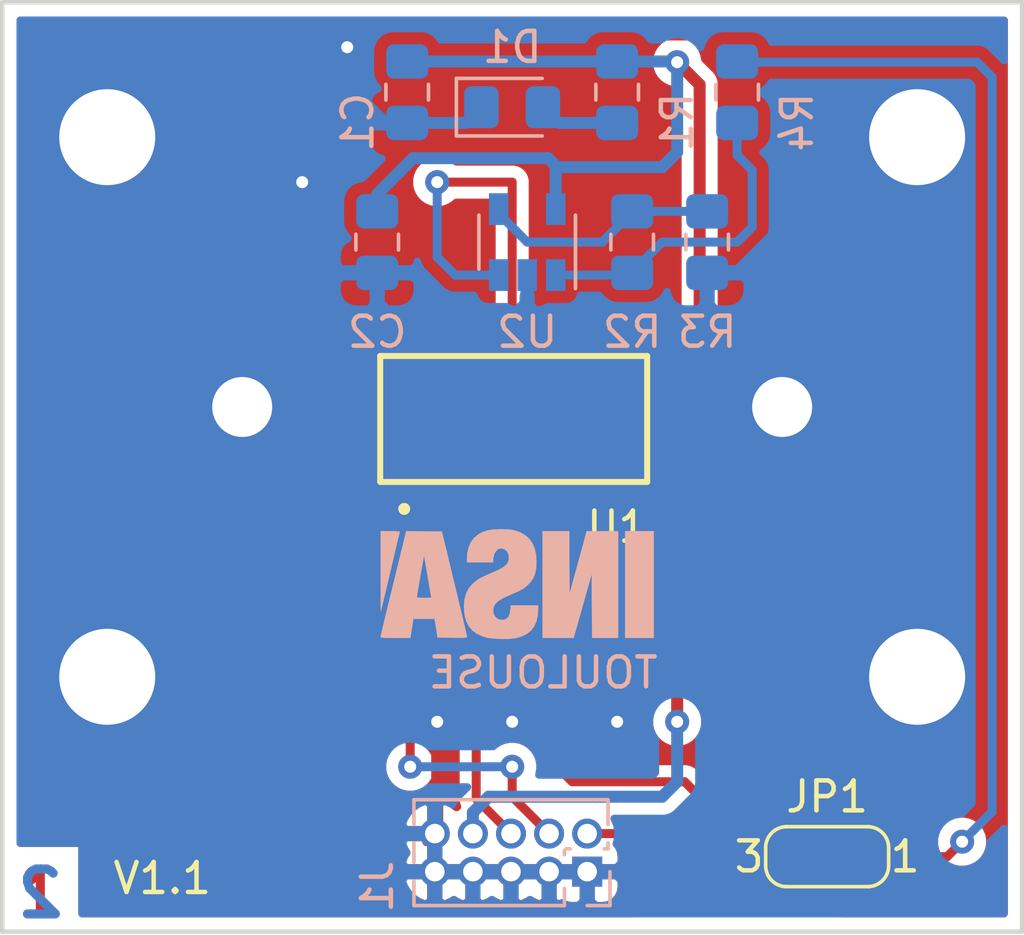
<source format=kicad_pcb>
(kicad_pcb (version 20171130) (host pcbnew 5.1.5-52549c5~84~ubuntu18.04.1)

  (general
    (thickness 1.6)
    (drawings 10)
    (tracks 148)
    (zones 0)
    (modules 12)
    (nets 11)
  )

  (page A4)
  (title_block
    (title "PCB Camera")
    (date 2020-01-30)
    (rev 1.0)
    (company INSA)
  )

  (layers
    (0 F.Cu signal)
    (31 B.Cu signal)
    (32 B.Adhes user)
    (33 F.Adhes user)
    (34 B.Paste user)
    (35 F.Paste user)
    (36 B.SilkS user)
    (37 F.SilkS user)
    (38 B.Mask user)
    (39 F.Mask user)
    (40 Dwgs.User user)
    (41 Cmts.User user)
    (42 Eco1.User user)
    (43 Eco2.User user)
    (44 Edge.Cuts user)
    (45 Margin user)
    (46 B.CrtYd user)
    (47 F.CrtYd user)
    (48 B.Fab user hide)
    (49 F.Fab user hide)
  )

  (setup
    (last_trace_width 0.25)
    (user_trace_width 0.25)
    (user_trace_width 0.3)
    (user_trace_width 0.35)
    (user_trace_width 0.4)
    (user_trace_width 0.5)
    (trace_clearance 0.2)
    (zone_clearance 0.4)
    (zone_45_only no)
    (trace_min 0.2)
    (via_size 0.8)
    (via_drill 0.4)
    (via_min_size 0.4)
    (via_min_drill 0.3)
    (user_via 0.8 0.4)
    (user_via 1.3 0.7)
    (user_via 1.5 0.7)
    (uvia_size 0.3)
    (uvia_drill 0.1)
    (uvias_allowed no)
    (uvia_min_size 0.2)
    (uvia_min_drill 0.1)
    (edge_width 0.05)
    (segment_width 0.2)
    (pcb_text_width 0.3)
    (pcb_text_size 1.5 1.5)
    (mod_edge_width 0.12)
    (mod_text_size 1 1)
    (mod_text_width 0.15)
    (pad_size 1.524 1.524)
    (pad_drill 0.762)
    (pad_to_mask_clearance 0.051)
    (solder_mask_min_width 0.25)
    (aux_axis_origin 114 126)
    (grid_origin 114 126)
    (visible_elements FFFFFF7F)
    (pcbplotparams
      (layerselection 0x01000_ffffffff)
      (usegerberextensions false)
      (usegerberattributes false)
      (usegerberadvancedattributes false)
      (creategerberjobfile false)
      (excludeedgelayer false)
      (linewidth 0.100000)
      (plotframeref true)
      (viasonmask false)
      (mode 1)
      (useauxorigin false)
      (hpglpennumber 1)
      (hpglpenspeed 20)
      (hpglpendiameter 15.000000)
      (psnegative false)
      (psa4output false)
      (plotreference true)
      (plotvalue true)
      (plotinvisibletext false)
      (padsonsilk false)
      (subtractmaskfromsilk false)
      (outputformat 4)
      (mirror false)
      (drillshape 2)
      (scaleselection 1)
      (outputdirectory "./"))
  )

  (net 0 "")
  (net 1 +3V3)
  (net 2 GND)
  (net 3 /CCD_AO)
  (net 4 /CCD_SI)
  (net 5 /CCD_CLK)
  (net 6 "Net-(D1-Pad2)")
  (net 7 "Net-(R2-Pad1)")
  (net 8 "Net-(JP1-Pad1)")
  (net 9 "Net-(JP1-Pad3)")
  (net 10 "Net-(R2-Pad2)")

  (net_class Default "This is the default net class."
    (clearance 0.2)
    (trace_width 0.25)
    (via_dia 0.8)
    (via_drill 0.4)
    (uvia_dia 0.3)
    (uvia_drill 0.1)
    (add_net +3V3)
    (add_net /CCD_AO)
    (add_net /CCD_CLK)
    (add_net /CCD_SI)
    (add_net GND)
    (add_net "Net-(D1-Pad2)")
    (add_net "Net-(JP1-Pad1)")
    (add_net "Net-(JP1-Pad3)")
    (add_net "Net-(R2-Pad1)")
    (add_net "Net-(R2-Pad2)")
  )

  (module Insa:insa-image (layer B.Cu) (tedit 0) (tstamp 5E33637F)
    (at 131.018 114.57 180)
    (fp_text reference G1 (at 0 0) (layer B.SilkS) hide
      (effects (font (size 1.524 1.524) (thickness 0.3)) (justify mirror))
    )
    (fp_text value LOGO (at 0.75 0) (layer B.SilkS) hide
      (effects (font (size 1.524 1.524) (thickness 0.3)) (justify mirror))
    )
    (fp_poly (pts (xy 4.402666 0.592666) (xy 4.402585 0.359383) (xy 4.402349 0.139078) (xy 4.401974 -0.064679)
      (xy 4.401473 -0.248317) (xy 4.400861 -0.408266) (xy 4.400152 -0.540956) (xy 4.39936 -0.642817)
      (xy 4.3985 -0.710278) (xy 4.397584 -0.73977) (xy 4.397375 -0.740808) (xy 4.391731 -0.720777)
      (xy 4.377252 -0.663009) (xy 4.35477 -0.570984) (xy 4.325118 -0.44818) (xy 4.289131 -0.298075)
      (xy 4.247642 -0.124148) (xy 4.201483 0.070122) (xy 4.151489 0.281258) (xy 4.098493 0.505781)
      (xy 4.086743 0.55565) (xy 4.032984 0.783866) (xy 3.981948 1.00044) (xy 3.934489 1.201762)
      (xy 3.891457 1.384219) (xy 3.853706 1.544202) (xy 3.822088 1.678098) (xy 3.797454 1.782297)
      (xy 3.780658 1.853188) (xy 3.77255 1.88716) (xy 3.772066 1.889125) (xy 3.77154 1.903342)
      (xy 3.7823 1.913388) (xy 3.810342 1.919977) (xy 3.861665 1.923825) (xy 3.942266 1.925647)
      (xy 4.058142 1.926159) (xy 4.082697 1.926166) (xy 4.402666 1.926166) (xy 4.402666 0.592666)) (layer B.SilkS) (width 0.01))
    (fp_poly (pts (xy 3.619724 1.646034) (xy 3.636266 1.577792) (xy 3.661877 1.472594) (xy 3.695539 1.334602)
      (xy 3.736236 1.167976) (xy 3.782949 0.976874) (xy 3.834663 0.765456) (xy 3.890359 0.537884)
      (xy 3.949022 0.298316) (xy 4.009634 0.050912) (xy 4.045059 -0.093629) (xy 4.104251 -0.335639)
      (xy 4.160383 -0.566174) (xy 4.212647 -0.781853) (xy 4.260237 -0.979295) (xy 4.302344 -1.155116)
      (xy 4.338161 -1.305934) (xy 4.36688 -1.428369) (xy 4.387693 -1.519038) (xy 4.399794 -1.574559)
      (xy 4.402666 -1.591171) (xy 4.400382 -1.603461) (xy 4.39018 -1.612836) (xy 4.367041 -1.619688)
      (xy 4.325943 -1.624409) (xy 4.261864 -1.627392) (xy 4.169784 -1.629028) (xy 4.044681 -1.62971)
      (xy 3.907895 -1.629834) (xy 3.413125 -1.629834) (xy 3.402086 -1.571625) (xy 3.394788 -1.528322)
      (xy 3.383116 -1.453655) (xy 3.368687 -1.358169) (xy 3.35337 -1.254125) (xy 3.315692 -0.994834)
      (xy 2.605418 -0.994834) (xy 2.592744 -1.063625) (xy 2.58449 -1.112221) (xy 2.571858 -1.191069)
      (xy 2.556684 -1.288549) (xy 2.543393 -1.375834) (xy 2.506716 -1.61925) (xy 2.015358 -1.624932)
      (xy 1.858605 -1.626555) (xy 1.73916 -1.627112) (xy 1.652004 -1.626278) (xy 1.592117 -1.623729)
      (xy 1.554482 -1.61914) (xy 1.534078 -1.612185) (xy 1.525887 -1.60254) (xy 1.524743 -1.593182)
      (xy 1.529715 -1.567322) (xy 1.543917 -1.503403) (xy 1.566619 -1.404509) (xy 1.597091 -1.273725)
      (xy 1.634606 -1.114138) (xy 1.678433 -0.928833) (xy 1.727844 -0.720896) (xy 1.78211 -0.493411)
      (xy 1.834342 -0.275192) (xy 2.715817 -0.275192) (xy 2.727924 -0.28578) (xy 2.759825 -0.292116)
      (xy 2.818242 -0.295263) (xy 2.909898 -0.296283) (xy 2.951323 -0.296334) (xy 3.063741 -0.295039)
      (xy 3.13873 -0.290808) (xy 3.181123 -0.283117) (xy 3.195757 -0.271443) (xy 3.19588 -0.269875)
      (xy 3.192353 -0.242076) (xy 3.182642 -0.179476) (xy 3.167773 -0.088044) (xy 3.148774 0.026247)
      (xy 3.126673 0.157426) (xy 3.102497 0.299523) (xy 3.077273 0.446566) (xy 3.052029 0.592585)
      (xy 3.027793 0.731608) (xy 3.005592 0.857664) (xy 2.986454 0.964782) (xy 2.971407 1.046992)
      (xy 2.961477 1.098321) (xy 2.957873 1.113182) (xy 2.952976 1.094709) (xy 2.942066 1.039337)
      (xy 2.926013 0.951937) (xy 2.905685 0.837378) (xy 2.881952 0.700533) (xy 2.855684 0.546272)
      (xy 2.839281 0.448663) (xy 2.811612 0.283951) (xy 2.785782 0.131603) (xy 2.762709 -0.003081)
      (xy 2.74331 -0.114799) (xy 2.728503 -0.198249) (xy 2.719204 -0.24813) (xy 2.716782 -0.259292)
      (xy 2.715817 -0.275192) (xy 1.834342 -0.275192) (xy 1.840501 -0.249464) (xy 1.902289 0.007859)
      (xy 1.943707 0.179916) (xy 2.361928 1.915583) (xy 3.551996 1.926819) (xy 3.619724 1.646034)) (layer B.SilkS) (width 0.01))
    (fp_poly (pts (xy -0.994834 -1.629834) (xy -2.03036 -1.629834) (xy -2.059578 -1.529292) (xy -2.071186 -1.488732)
      (xy -2.092991 -1.411942) (xy -2.123715 -1.303442) (xy -2.16208 -1.16775) (xy -2.206811 -1.009386)
      (xy -2.256629 -0.832869) (xy -2.310257 -0.642719) (xy -2.362023 -0.459057) (xy -2.63525 0.510636)
      (xy -2.646222 -1.629834) (xy -3.513667 -1.629834) (xy -3.513667 1.926166) (xy -2.465917 1.925752)
      (xy -1.894417 -0.169296) (xy -1.883439 1.926166) (xy -0.994834 1.926166) (xy -0.994834 -1.629834)) (layer B.SilkS) (width 0.01))
    (fp_poly (pts (xy -3.7465 -1.629834) (xy -4.699 -1.629834) (xy -4.699 1.926166) (xy -3.7465 1.926166)
      (xy -3.7465 -1.629834)) (layer B.SilkS) (width 0.01))
    (fp_poly (pts (xy 0.537899 1.989188) (xy 0.682291 1.978388) (xy 0.797311 1.961026) (xy 0.993266 1.901446)
      (xy 1.159745 1.811761) (xy 1.295966 1.69299) (xy 1.40115 1.546152) (xy 1.474513 1.372266)
      (xy 1.515276 1.172351) (xy 1.524 1.013111) (xy 1.524 0.889) (xy 0.656166 0.889)
      (xy 0.656166 0.940875) (xy 0.643806 1.064248) (xy 0.609513 1.173904) (xy 0.557467 1.263123)
      (xy 0.491846 1.325185) (xy 0.416832 1.353369) (xy 0.398991 1.354354) (xy 0.297363 1.334881)
      (xy 0.215098 1.281166) (xy 0.157278 1.19882) (xy 0.128989 1.093454) (xy 0.127 1.054152)
      (xy 0.133154 0.971225) (xy 0.154162 0.898486) (xy 0.193841 0.832637) (xy 0.256006 0.770378)
      (xy 0.344476 0.708411) (xy 0.463066 0.643438) (xy 0.615594 0.572158) (xy 0.752754 0.513331)
      (xy 0.868474 0.462933) (xy 0.980989 0.410382) (xy 1.079341 0.361032) (xy 1.152571 0.320238)
      (xy 1.168063 0.310428) (xy 1.330873 0.180121) (xy 1.457621 0.028873) (xy 1.548696 -0.144168)
      (xy 1.604484 -0.339853) (xy 1.625374 -0.559034) (xy 1.622244 -0.688045) (xy 1.594521 -0.907497)
      (xy 1.539358 -1.095513) (xy 1.455091 -1.25424) (xy 1.340055 -1.385823) (xy 1.192585 -1.49241)
      (xy 1.011015 -1.576145) (xy 0.907039 -1.610081) (xy 0.797673 -1.633398) (xy 0.657715 -1.650807)
      (xy 0.498539 -1.661976) (xy 0.331517 -1.666574) (xy 0.168024 -1.664272) (xy 0.019431 -1.654737)
      (xy -0.094675 -1.639229) (xy -0.296195 -1.584582) (xy -0.465904 -1.502331) (xy -0.604065 -1.392138)
      (xy -0.710942 -1.253663) (xy -0.786799 -1.086567) (xy -0.831898 -0.890512) (xy -0.846507 -0.672042)
      (xy -0.846667 -0.550334) (xy 0.058031 -0.550334) (xy 0.072896 -0.681715) (xy 0.096231 -0.816115)
      (xy 0.133587 -0.914092) (xy 0.188298 -0.980185) (xy 0.263699 -1.018933) (xy 0.330388 -1.032196)
      (xy 0.436807 -1.025864) (xy 0.526303 -0.985415) (xy 0.594824 -0.917063) (xy 0.638321 -0.827022)
      (xy 0.65274 -0.721503) (xy 0.634031 -0.606721) (xy 0.624933 -0.580492) (xy 0.587438 -0.508949)
      (xy 0.529301 -0.442394) (xy 0.445988 -0.377583) (xy 0.33296 -0.311275) (xy 0.185683 -0.240226)
      (xy 0.091626 -0.199302) (xy -0.056235 -0.135844) (xy -0.171762 -0.083655) (xy -0.262127 -0.038783)
      (xy -0.334498 0.002721) (xy -0.396046 0.044808) (xy -0.453941 0.091427) (xy -0.483863 0.117765)
      (xy -0.603042 0.24263) (xy -0.690714 0.377506) (xy -0.74954 0.529162) (xy -0.782181 0.704363)
      (xy -0.791358 0.899583) (xy -0.775704 1.137766) (xy -0.730298 1.34599) (xy -0.654764 1.524771)
      (xy -0.548731 1.674628) (xy -0.411826 1.796078) (xy -0.243675 1.88964) (xy -0.043905 1.955831)
      (xy -0.027767 1.959677) (xy 0.084847 1.977917) (xy 0.225668 1.988931) (xy 0.381189 1.992695)
      (xy 0.537899 1.989188)) (layer B.SilkS) (width 0.01))
  )

  (module Capacitor_SMD:C_0805_2012Metric_Pad1.15x1.40mm_HandSolder (layer B.Cu) (tedit 5B36C52B) (tstamp 5E2710F3)
    (at 127.5 98 270)
    (descr "Capacitor SMD 0805 (2012 Metric), square (rectangular) end terminal, IPC_7351 nominal with elongated pad for handsoldering. (Body size source: https://docs.google.com/spreadsheets/d/1BsfQQcO9C6DZCsRaXUlFlo91Tg2WpOkGARC1WS5S8t0/edit?usp=sharing), generated with kicad-footprint-generator")
    (tags "capacitor handsolder")
    (path /5E22AB5E)
    (attr smd)
    (fp_text reference C1 (at 1 1.65 90) (layer B.SilkS)
      (effects (font (size 1 1) (thickness 0.15)) (justify mirror))
    )
    (fp_text value 1µF (at 0 -1.65 90) (layer B.Fab)
      (effects (font (size 1 1) (thickness 0.15)) (justify mirror))
    )
    (fp_line (start -1 -0.6) (end -1 0.6) (layer B.Fab) (width 0.1))
    (fp_line (start -1 0.6) (end 1 0.6) (layer B.Fab) (width 0.1))
    (fp_line (start 1 0.6) (end 1 -0.6) (layer B.Fab) (width 0.1))
    (fp_line (start 1 -0.6) (end -1 -0.6) (layer B.Fab) (width 0.1))
    (fp_line (start -0.261252 0.71) (end 0.261252 0.71) (layer B.SilkS) (width 0.12))
    (fp_line (start -0.261252 -0.71) (end 0.261252 -0.71) (layer B.SilkS) (width 0.12))
    (fp_line (start -1.85 -0.95) (end -1.85 0.95) (layer B.CrtYd) (width 0.05))
    (fp_line (start -1.85 0.95) (end 1.85 0.95) (layer B.CrtYd) (width 0.05))
    (fp_line (start 1.85 0.95) (end 1.85 -0.95) (layer B.CrtYd) (width 0.05))
    (fp_line (start 1.85 -0.95) (end -1.85 -0.95) (layer B.CrtYd) (width 0.05))
    (fp_text user %R (at 0 0 90) (layer B.Fab)
      (effects (font (size 0.5 0.5) (thickness 0.08)) (justify mirror))
    )
    (pad 1 smd roundrect (at -1.025 0 270) (size 1.15 1.4) (layers B.Cu B.Paste B.Mask) (roundrect_rratio 0.217391)
      (net 1 +3V3))
    (pad 2 smd roundrect (at 1.025 0 270) (size 1.15 1.4) (layers B.Cu B.Paste B.Mask) (roundrect_rratio 0.217391)
      (net 2 GND))
    (model ${KISYS3DMOD}/Capacitor_SMD.3dshapes/C_0805_2012Metric.wrl
      (at (xyz 0 0 0))
      (scale (xyz 1 1 1))
      (rotate (xyz 0 0 0))
    )
  )

  (module Connector_PinHeader_1.27mm:PinHeader_2x05_P1.27mm_Vertical (layer B.Cu) (tedit 59FED6E3) (tstamp 5E2219D8)
    (at 133.5 124 90)
    (descr "Through hole straight pin header, 2x05, 1.27mm pitch, double rows")
    (tags "Through hole pin header THT 2x05 1.27mm double row")
    (path /5E2765CD)
    (fp_text reference J1 (at -0.5 -7 270) (layer B.SilkS)
      (effects (font (size 1 1) (thickness 0.15)) (justify mirror))
    )
    (fp_text value "Samtec FTS-105-01-L-DV" (at 0.635 -6.775 270) (layer B.Fab) hide
      (effects (font (size 1 1) (thickness 0.15)) (justify mirror))
    )
    (fp_line (start -0.2175 0.635) (end 2.34 0.635) (layer B.Fab) (width 0.1))
    (fp_line (start 2.34 0.635) (end 2.34 -5.715) (layer B.Fab) (width 0.1))
    (fp_line (start 2.34 -5.715) (end -1.07 -5.715) (layer B.Fab) (width 0.1))
    (fp_line (start -1.07 -5.715) (end -1.07 -0.2175) (layer B.Fab) (width 0.1))
    (fp_line (start -1.07 -0.2175) (end -0.2175 0.635) (layer B.Fab) (width 0.1))
    (fp_line (start -1.13 -5.775) (end -0.30753 -5.775) (layer B.SilkS) (width 0.12))
    (fp_line (start 1.57753 -5.775) (end 2.4 -5.775) (layer B.SilkS) (width 0.12))
    (fp_line (start 0.30753 -5.775) (end 0.96247 -5.775) (layer B.SilkS) (width 0.12))
    (fp_line (start -1.13 -0.76) (end -1.13 -5.775) (layer B.SilkS) (width 0.12))
    (fp_line (start 2.4 0.695) (end 2.4 -5.775) (layer B.SilkS) (width 0.12))
    (fp_line (start -1.13 -0.76) (end -0.563471 -0.76) (layer B.SilkS) (width 0.12))
    (fp_line (start 0.563471 -0.76) (end 0.706529 -0.76) (layer B.SilkS) (width 0.12))
    (fp_line (start 0.76 -0.706529) (end 0.76 -0.563471) (layer B.SilkS) (width 0.12))
    (fp_line (start 0.76 0.563471) (end 0.76 0.695) (layer B.SilkS) (width 0.12))
    (fp_line (start 0.76 0.695) (end 0.96247 0.695) (layer B.SilkS) (width 0.12))
    (fp_line (start 1.57753 0.695) (end 2.4 0.695) (layer B.SilkS) (width 0.12))
    (fp_line (start -1.13 0) (end -1.13 0.76) (layer B.SilkS) (width 0.12))
    (fp_line (start -1.13 0.76) (end 0 0.76) (layer B.SilkS) (width 0.12))
    (fp_line (start -1.6 1.15) (end -1.6 -6.25) (layer B.CrtYd) (width 0.05))
    (fp_line (start -1.6 -6.25) (end 2.85 -6.25) (layer B.CrtYd) (width 0.05))
    (fp_line (start 2.85 -6.25) (end 2.85 1.15) (layer B.CrtYd) (width 0.05))
    (fp_line (start 2.85 1.15) (end -1.6 1.15) (layer B.CrtYd) (width 0.05))
    (fp_text user %R (at 0.635 -2.54) (layer B.Fab) hide
      (effects (font (size 1 1) (thickness 0.15)) (justify mirror))
    )
    (pad 1 thru_hole rect (at 0 0 90) (size 1 1) (drill 0.65) (layers *.Cu *.Mask)
      (net 2 GND))
    (pad 2 thru_hole oval (at 1.27 0 90) (size 1 1) (drill 0.65) (layers *.Cu *.Mask)
      (net 3 /CCD_AO))
    (pad 3 thru_hole oval (at 0 -1.27 90) (size 1 1) (drill 0.65) (layers *.Cu *.Mask)
      (net 2 GND))
    (pad 4 thru_hole oval (at 1.27 -1.27 90) (size 1 1) (drill 0.65) (layers *.Cu *.Mask)
      (net 4 /CCD_SI))
    (pad 5 thru_hole oval (at 0 -2.54 90) (size 1 1) (drill 0.65) (layers *.Cu *.Mask)
      (net 2 GND))
    (pad 6 thru_hole oval (at 1.27 -2.54 90) (size 1 1) (drill 0.65) (layers *.Cu *.Mask)
      (net 5 /CCD_CLK))
    (pad 7 thru_hole oval (at 0 -3.81 90) (size 1 1) (drill 0.65) (layers *.Cu *.Mask)
      (net 2 GND))
    (pad 8 thru_hole oval (at 1.27 -3.81 90) (size 1 1) (drill 0.65) (layers *.Cu *.Mask)
      (net 1 +3V3))
    (pad 9 thru_hole oval (at 0 -5.08 90) (size 1 1) (drill 0.65) (layers *.Cu *.Mask)
      (net 2 GND))
    (pad 10 thru_hole oval (at 1.27 -5.08 90) (size 1 1) (drill 0.65) (layers *.Cu *.Mask)
      (net 2 GND))
    (model ${KISYS3DMOD}/Connector_PinHeader_1.27mm.3dshapes/PinHeader_2x05_P1.27mm_Vertical.wrl
      (at (xyz 0 0 0))
      (scale (xyz 1 1 1))
      (rotate (xyz 0 0 0))
    )
  )

  (module Insa:TSL1401CL locked (layer F.Cu) (tedit 5E21C6E0) (tstamp 5E2219EE)
    (at 131 108.9 90)
    (path /5E21CD25)
    (fp_text reference U1 (at -3.6 3.5) (layer F.SilkS)
      (effects (font (size 1 1) (thickness 0.15)))
    )
    (fp_text value TSL1401CL (at -3.5 0.75) (layer F.Fab) hide
      (effects (font (size 1 1) (thickness 0.15)))
    )
    (fp_line (start -2.1 -4.4) (end 2.1 -4.4) (layer F.SilkS) (width 0.2))
    (fp_line (start 2.1 -4.4) (end 2.1 4.5) (layer F.SilkS) (width 0.2))
    (fp_line (start 2.1 4.5) (end -2.1 4.5) (layer F.SilkS) (width 0.2))
    (fp_line (start -2.1 4.5) (end -2.1 -4.4) (layer F.SilkS) (width 0.2))
    (fp_line (start -1.8 -4.1) (end 1.8 -4.1) (layer F.CrtYd) (width 0.12))
    (fp_line (start 1.8 -4.1) (end 1.8 4.2) (layer F.CrtYd) (width 0.12))
    (fp_line (start 1.8 4.2) (end -1.8 4.2) (layer F.CrtYd) (width 0.12))
    (fp_line (start -1.8 4.2) (end -1.8 -4.1) (layer F.CrtYd) (width 0.12))
    (fp_circle (center -3 -3.6) (end -3 -3.7) (layer F.SilkS) (width 0.2))
    (fp_line (start 0.35 -3.7) (end 0.35 3.8) (layer Eco2.User) (width 0.12))
    (pad 7 smd rect (at 1.1 -1.2 90) (size 1.4 0.8) (layers F.Cu F.Paste F.Mask)
      (net 2 GND))
    (pad 6 smd rect (at 1.1 1.3 90) (size 1.4 0.8) (layers F.Cu F.Paste F.Mask)
      (net 2 GND))
    (pad 5 smd rect (at 1.1 3.8 90) (size 1.4 0.8) (layers F.Cu F.Paste F.Mask))
    (pad 4 smd rect (at -1.1 3.8 90) (size 1.4 0.8) (layers F.Cu F.Paste F.Mask)
      (net 1 +3V3))
    (pad 3 smd rect (at -1.1 1.3 90) (size 1.4 0.8) (layers F.Cu F.Paste F.Mask)
      (net 9 "Net-(JP1-Pad3)"))
    (pad 2 smd rect (at -1.1 -1.2 90) (size 1.4 0.8) (layers F.Cu F.Paste F.Mask)
      (net 5 /CCD_CLK))
    (pad 1 smd rect (at -1.1 -3.4 90) (size 1.4 1.4) (layers F.Cu F.Paste F.Mask)
      (net 4 /CCD_SI))
    (pad 8 smd rect (at 1.1 -3.7 90) (size 1.4 0.8) (layers F.Cu F.Paste F.Mask))
  )

  (module LED_SMD:LED_0805_2012Metric_Pad1.15x1.40mm_HandSolder (layer B.Cu) (tedit 5B4B45C9) (tstamp 5E271103)
    (at 131 98.5)
    (descr "LED SMD 0805 (2012 Metric), square (rectangular) end terminal, IPC_7351 nominal, (Body size source: https://docs.google.com/spreadsheets/d/1BsfQQcO9C6DZCsRaXUlFlo91Tg2WpOkGARC1WS5S8t0/edit?usp=sharing), generated with kicad-footprint-generator")
    (tags "LED handsolder")
    (path /5E22BC99)
    (attr smd)
    (fp_text reference D1 (at 0 -2) (layer B.SilkS)
      (effects (font (size 1 1) (thickness 0.15)) (justify mirror))
    )
    (fp_text value LED (at 0 -1.65) (layer B.Fab)
      (effects (font (size 1 1) (thickness 0.15)) (justify mirror))
    )
    (fp_line (start 1 0.6) (end -0.7 0.6) (layer B.Fab) (width 0.1))
    (fp_line (start -0.7 0.6) (end -1 0.3) (layer B.Fab) (width 0.1))
    (fp_line (start -1 0.3) (end -1 -0.6) (layer B.Fab) (width 0.1))
    (fp_line (start -1 -0.6) (end 1 -0.6) (layer B.Fab) (width 0.1))
    (fp_line (start 1 -0.6) (end 1 0.6) (layer B.Fab) (width 0.1))
    (fp_line (start 1 0.96) (end -1.86 0.96) (layer B.SilkS) (width 0.12))
    (fp_line (start -1.86 0.96) (end -1.86 -0.96) (layer B.SilkS) (width 0.12))
    (fp_line (start -1.86 -0.96) (end 1 -0.96) (layer B.SilkS) (width 0.12))
    (fp_line (start -1.85 -0.95) (end -1.85 0.95) (layer B.CrtYd) (width 0.05))
    (fp_line (start -1.85 0.95) (end 1.85 0.95) (layer B.CrtYd) (width 0.05))
    (fp_line (start 1.85 0.95) (end 1.85 -0.95) (layer B.CrtYd) (width 0.05))
    (fp_line (start 1.85 -0.95) (end -1.85 -0.95) (layer B.CrtYd) (width 0.05))
    (fp_text user %R (at 0 0) (layer B.Fab)
      (effects (font (size 0.5 0.5) (thickness 0.08)) (justify mirror))
    )
    (pad 1 smd roundrect (at -1.025 0) (size 1.15 1.4) (layers B.Cu B.Paste B.Mask) (roundrect_rratio 0.217391)
      (net 2 GND))
    (pad 2 smd roundrect (at 1.025 0) (size 1.15 1.4) (layers B.Cu B.Paste B.Mask) (roundrect_rratio 0.217391)
      (net 6 "Net-(D1-Pad2)"))
    (model ${KISYS3DMOD}/LED_SMD.3dshapes/LED_0805_2012Metric.wrl
      (at (xyz 0 0 0))
      (scale (xyz 1 1 1))
      (rotate (xyz 0 0 0))
    )
  )

  (module Capacitor_SMD:C_0805_2012Metric_Pad1.15x1.40mm_HandSolder (layer B.Cu) (tedit 5B36C52B) (tstamp 5E2EEC38)
    (at 126.5 103 270)
    (descr "Capacitor SMD 0805 (2012 Metric), square (rectangular) end terminal, IPC_7351 nominal with elongated pad for handsoldering. (Body size source: https://docs.google.com/spreadsheets/d/1BsfQQcO9C6DZCsRaXUlFlo91Tg2WpOkGARC1WS5S8t0/edit?usp=sharing), generated with kicad-footprint-generator")
    (tags "capacitor handsolder")
    (path /5E398341)
    (attr smd)
    (fp_text reference C2 (at 3 0 180) (layer B.SilkS)
      (effects (font (size 1 1) (thickness 0.15)) (justify mirror))
    )
    (fp_text value 1µF (at 0 -1.65 90) (layer B.Fab)
      (effects (font (size 1 1) (thickness 0.15)) (justify mirror))
    )
    (fp_line (start -1 -0.6) (end -1 0.6) (layer B.Fab) (width 0.1))
    (fp_line (start -1 0.6) (end 1 0.6) (layer B.Fab) (width 0.1))
    (fp_line (start 1 0.6) (end 1 -0.6) (layer B.Fab) (width 0.1))
    (fp_line (start 1 -0.6) (end -1 -0.6) (layer B.Fab) (width 0.1))
    (fp_line (start -0.261252 0.71) (end 0.261252 0.71) (layer B.SilkS) (width 0.12))
    (fp_line (start -0.261252 -0.71) (end 0.261252 -0.71) (layer B.SilkS) (width 0.12))
    (fp_line (start -1.85 -0.95) (end -1.85 0.95) (layer B.CrtYd) (width 0.05))
    (fp_line (start -1.85 0.95) (end 1.85 0.95) (layer B.CrtYd) (width 0.05))
    (fp_line (start 1.85 0.95) (end 1.85 -0.95) (layer B.CrtYd) (width 0.05))
    (fp_line (start 1.85 -0.95) (end -1.85 -0.95) (layer B.CrtYd) (width 0.05))
    (fp_text user %R (at 0 0 90) (layer B.Fab)
      (effects (font (size 0.5 0.5) (thickness 0.08)) (justify mirror))
    )
    (pad 1 smd roundrect (at -1.025 0 270) (size 1.15 1.4) (layers B.Cu B.Paste B.Mask) (roundrect_rratio 0.217391)
      (net 1 +3V3))
    (pad 2 smd roundrect (at 1.025 0 270) (size 1.15 1.4) (layers B.Cu B.Paste B.Mask) (roundrect_rratio 0.217391)
      (net 2 GND))
    (model ${KISYS3DMOD}/Capacitor_SMD.3dshapes/C_0805_2012Metric.wrl
      (at (xyz 0 0 0))
      (scale (xyz 1 1 1))
      (rotate (xyz 0 0 0))
    )
  )

  (module Jumper:SolderJumper-3_P1.3mm_Open_RoundedPad1.0x1.5mm_NumberLabels (layer F.Cu) (tedit 5B391ED1) (tstamp 5E2EEC4D)
    (at 141.5 123.5 180)
    (descr "SMD Solder 3-pad Jumper, 1x1.5mm rounded Pads, 0.3mm gap, open, labeled with numbers")
    (tags "solder jumper open")
    (path /5E3724CE)
    (attr virtual)
    (fp_text reference JP1 (at 0 2) (layer F.SilkS)
      (effects (font (size 1 1) (thickness 0.15)))
    )
    (fp_text value SolderJumper_3_Open (at 0 1.9) (layer F.Fab)
      (effects (font (size 1 1) (thickness 0.15)))
    )
    (fp_text user 3 (at 2.6 0) (layer F.SilkS)
      (effects (font (size 1 1) (thickness 0.15)))
    )
    (fp_text user 1 (at -2.6 0) (layer F.SilkS)
      (effects (font (size 1 1) (thickness 0.15)))
    )
    (fp_line (start -2.05 0.3) (end -2.05 -0.3) (layer F.SilkS) (width 0.12))
    (fp_line (start 1.4 1) (end -1.4 1) (layer F.SilkS) (width 0.12))
    (fp_line (start 2.05 -0.3) (end 2.05 0.3) (layer F.SilkS) (width 0.12))
    (fp_line (start -1.4 -1) (end 1.4 -1) (layer F.SilkS) (width 0.12))
    (fp_line (start -2.3 -1.25) (end 2.3 -1.25) (layer F.CrtYd) (width 0.05))
    (fp_line (start -2.3 -1.25) (end -2.3 1.25) (layer F.CrtYd) (width 0.05))
    (fp_line (start 2.3 1.25) (end 2.3 -1.25) (layer F.CrtYd) (width 0.05))
    (fp_line (start 2.3 1.25) (end -2.3 1.25) (layer F.CrtYd) (width 0.05))
    (fp_arc (start 1.35 -0.3) (end 2.05 -0.3) (angle -90) (layer F.SilkS) (width 0.12))
    (fp_arc (start 1.35 0.3) (end 1.35 1) (angle -90) (layer F.SilkS) (width 0.12))
    (fp_arc (start -1.35 0.3) (end -2.05 0.3) (angle -90) (layer F.SilkS) (width 0.12))
    (fp_arc (start -1.35 -0.3) (end -1.35 -1) (angle -90) (layer F.SilkS) (width 0.12))
    (pad 1 smd custom (at -1.3 0 180) (size 1 0.5) (layers F.Cu F.Mask)
      (net 8 "Net-(JP1-Pad1)") (zone_connect 2)
      (options (clearance outline) (anchor rect))
      (primitives
        (gr_circle (center 0 0.25) (end 0.5 0.25) (width 0))
        (gr_circle (center 0 -0.25) (end 0.5 -0.25) (width 0))
        (gr_poly (pts
           (xy 0.55 -0.75) (xy 0 -0.75) (xy 0 0.75) (xy 0.55 0.75)) (width 0))
      ))
    (pad 3 smd custom (at 1.3 0 180) (size 1 0.5) (layers F.Cu F.Mask)
      (net 9 "Net-(JP1-Pad3)") (zone_connect 2)
      (options (clearance outline) (anchor rect))
      (primitives
        (gr_circle (center 0 0.25) (end 0.5 0.25) (width 0))
        (gr_circle (center 0 -0.25) (end 0.5 -0.25) (width 0))
        (gr_poly (pts
           (xy -0.55 -0.75) (xy 0 -0.75) (xy 0 0.75) (xy -0.55 0.75)) (width 0))
      ))
    (pad 2 smd rect (at 0 0 180) (size 1 1.5) (layers F.Cu F.Mask)
      (net 3 /CCD_AO))
  )

  (module Package_TO_SOT_SMD:SOT-23-5 (layer B.Cu) (tedit 5A02FF57) (tstamp 5E2EEC8E)
    (at 131.5 103 90)
    (descr "5-pin SOT23 package")
    (tags SOT-23-5)
    (path /5E36B53E)
    (attr smd)
    (fp_text reference U2 (at -3 0 180) (layer B.SilkS)
      (effects (font (size 1 1) (thickness 0.15)) (justify mirror))
    )
    (fp_text value TSV911AILT (at 0 -2.9 90) (layer B.Fab)
      (effects (font (size 1 1) (thickness 0.15)) (justify mirror))
    )
    (fp_text user %R (at 0 0 180) (layer B.Fab)
      (effects (font (size 0.5 0.5) (thickness 0.075)) (justify mirror))
    )
    (fp_line (start -0.9 -1.61) (end 0.9 -1.61) (layer B.SilkS) (width 0.12))
    (fp_line (start 0.9 1.61) (end -1.55 1.61) (layer B.SilkS) (width 0.12))
    (fp_line (start -1.9 1.8) (end 1.9 1.8) (layer B.CrtYd) (width 0.05))
    (fp_line (start 1.9 1.8) (end 1.9 -1.8) (layer B.CrtYd) (width 0.05))
    (fp_line (start 1.9 -1.8) (end -1.9 -1.8) (layer B.CrtYd) (width 0.05))
    (fp_line (start -1.9 -1.8) (end -1.9 1.8) (layer B.CrtYd) (width 0.05))
    (fp_line (start -0.9 0.9) (end -0.25 1.55) (layer B.Fab) (width 0.1))
    (fp_line (start 0.9 1.55) (end -0.25 1.55) (layer B.Fab) (width 0.1))
    (fp_line (start -0.9 0.9) (end -0.9 -1.55) (layer B.Fab) (width 0.1))
    (fp_line (start 0.9 -1.55) (end -0.9 -1.55) (layer B.Fab) (width 0.1))
    (fp_line (start 0.9 1.55) (end 0.9 -1.55) (layer B.Fab) (width 0.1))
    (pad 1 smd rect (at -1.1 0.95 90) (size 1.06 0.65) (layers B.Cu B.Paste B.Mask)
      (net 10 "Net-(R2-Pad2)"))
    (pad 2 smd rect (at -1.1 0 90) (size 1.06 0.65) (layers B.Cu B.Paste B.Mask)
      (net 2 GND))
    (pad 3 smd rect (at -1.1 -0.95 90) (size 1.06 0.65) (layers B.Cu B.Paste B.Mask)
      (net 9 "Net-(JP1-Pad3)"))
    (pad 4 smd rect (at 1.1 -0.95 90) (size 1.06 0.65) (layers B.Cu B.Paste B.Mask)
      (net 7 "Net-(R2-Pad1)"))
    (pad 5 smd rect (at 1.1 0.95 90) (size 1.06 0.65) (layers B.Cu B.Paste B.Mask)
      (net 1 +3V3))
    (model ${KISYS3DMOD}/Package_TO_SOT_SMD.3dshapes/SOT-23-5.wrl
      (at (xyz 0 0 0))
      (scale (xyz 1 1 1))
      (rotate (xyz 0 0 0))
    )
  )

  (module Resistor_SMD:R_0805_2012Metric_Pad1.15x1.40mm_HandSolder (layer B.Cu) (tedit 5B36C52B) (tstamp 5E2EEDD8)
    (at 134.5 98 270)
    (descr "Resistor SMD 0805 (2012 Metric), square (rectangular) end terminal, IPC_7351 nominal with elongated pad for handsoldering. (Body size source: https://docs.google.com/spreadsheets/d/1BsfQQcO9C6DZCsRaXUlFlo91Tg2WpOkGARC1WS5S8t0/edit?usp=sharing), generated with kicad-footprint-generator")
    (tags "resistor handsolder")
    (path /5E22C10B)
    (attr smd)
    (fp_text reference R1 (at 1 -2 90) (layer B.SilkS)
      (effects (font (size 1 1) (thickness 0.15)) (justify mirror))
    )
    (fp_text value 680R (at 0 -1.65 90) (layer B.Fab)
      (effects (font (size 1 1) (thickness 0.15)) (justify mirror))
    )
    (fp_line (start -1 -0.6) (end -1 0.6) (layer B.Fab) (width 0.1))
    (fp_line (start -1 0.6) (end 1 0.6) (layer B.Fab) (width 0.1))
    (fp_line (start 1 0.6) (end 1 -0.6) (layer B.Fab) (width 0.1))
    (fp_line (start 1 -0.6) (end -1 -0.6) (layer B.Fab) (width 0.1))
    (fp_line (start -0.261252 0.71) (end 0.261252 0.71) (layer B.SilkS) (width 0.12))
    (fp_line (start -0.261252 -0.71) (end 0.261252 -0.71) (layer B.SilkS) (width 0.12))
    (fp_line (start -1.85 -0.95) (end -1.85 0.95) (layer B.CrtYd) (width 0.05))
    (fp_line (start -1.85 0.95) (end 1.85 0.95) (layer B.CrtYd) (width 0.05))
    (fp_line (start 1.85 0.95) (end 1.85 -0.95) (layer B.CrtYd) (width 0.05))
    (fp_line (start 1.85 -0.95) (end -1.85 -0.95) (layer B.CrtYd) (width 0.05))
    (fp_text user %R (at 0 0 90) (layer B.Fab)
      (effects (font (size 0.5 0.5) (thickness 0.08)) (justify mirror))
    )
    (pad 1 smd roundrect (at -1.025 0 270) (size 1.15 1.4) (layers B.Cu B.Paste B.Mask) (roundrect_rratio 0.217391)
      (net 1 +3V3))
    (pad 2 smd roundrect (at 1.025 0 270) (size 1.15 1.4) (layers B.Cu B.Paste B.Mask) (roundrect_rratio 0.217391)
      (net 6 "Net-(D1-Pad2)"))
    (model ${KISYS3DMOD}/Resistor_SMD.3dshapes/R_0805_2012Metric.wrl
      (at (xyz 0 0 0))
      (scale (xyz 1 1 1))
      (rotate (xyz 0 0 0))
    )
  )

  (module Resistor_SMD:R_0805_2012Metric_Pad1.15x1.40mm_HandSolder (layer B.Cu) (tedit 5B36C52B) (tstamp 5E2EEDE8)
    (at 135 103 270)
    (descr "Resistor SMD 0805 (2012 Metric), square (rectangular) end terminal, IPC_7351 nominal with elongated pad for handsoldering. (Body size source: https://docs.google.com/spreadsheets/d/1BsfQQcO9C6DZCsRaXUlFlo91Tg2WpOkGARC1WS5S8t0/edit?usp=sharing), generated with kicad-footprint-generator")
    (tags "resistor handsolder")
    (path /5E3774DE)
    (attr smd)
    (fp_text reference R2 (at 3 0 180) (layer B.SilkS)
      (effects (font (size 1 1) (thickness 0.15)) (justify mirror))
    )
    (fp_text value 1K (at 0 -1.65 90) (layer B.Fab)
      (effects (font (size 1 1) (thickness 0.15)) (justify mirror))
    )
    (fp_line (start -1 -0.6) (end -1 0.6) (layer B.Fab) (width 0.1))
    (fp_line (start -1 0.6) (end 1 0.6) (layer B.Fab) (width 0.1))
    (fp_line (start 1 0.6) (end 1 -0.6) (layer B.Fab) (width 0.1))
    (fp_line (start 1 -0.6) (end -1 -0.6) (layer B.Fab) (width 0.1))
    (fp_line (start -0.261252 0.71) (end 0.261252 0.71) (layer B.SilkS) (width 0.12))
    (fp_line (start -0.261252 -0.71) (end 0.261252 -0.71) (layer B.SilkS) (width 0.12))
    (fp_line (start -1.85 -0.95) (end -1.85 0.95) (layer B.CrtYd) (width 0.05))
    (fp_line (start -1.85 0.95) (end 1.85 0.95) (layer B.CrtYd) (width 0.05))
    (fp_line (start 1.85 0.95) (end 1.85 -0.95) (layer B.CrtYd) (width 0.05))
    (fp_line (start 1.85 -0.95) (end -1.85 -0.95) (layer B.CrtYd) (width 0.05))
    (fp_text user %R (at 0 0 90) (layer B.Fab)
      (effects (font (size 0.5 0.5) (thickness 0.08)) (justify mirror))
    )
    (pad 1 smd roundrect (at -1.025 0 270) (size 1.15 1.4) (layers B.Cu B.Paste B.Mask) (roundrect_rratio 0.217391)
      (net 7 "Net-(R2-Pad1)"))
    (pad 2 smd roundrect (at 1.025 0 270) (size 1.15 1.4) (layers B.Cu B.Paste B.Mask) (roundrect_rratio 0.217391)
      (net 10 "Net-(R2-Pad2)"))
    (model ${KISYS3DMOD}/Resistor_SMD.3dshapes/R_0805_2012Metric.wrl
      (at (xyz 0 0 0))
      (scale (xyz 1 1 1))
      (rotate (xyz 0 0 0))
    )
  )

  (module Resistor_SMD:R_0805_2012Metric_Pad1.15x1.40mm_HandSolder (layer B.Cu) (tedit 5B36C52B) (tstamp 5E2EEDF8)
    (at 137.5 103 270)
    (descr "Resistor SMD 0805 (2012 Metric), square (rectangular) end terminal, IPC_7351 nominal with elongated pad for handsoldering. (Body size source: https://docs.google.com/spreadsheets/d/1BsfQQcO9C6DZCsRaXUlFlo91Tg2WpOkGARC1WS5S8t0/edit?usp=sharing), generated with kicad-footprint-generator")
    (tags "resistor handsolder")
    (path /5E376585)
    (attr smd)
    (fp_text reference R3 (at 3 0 180) (layer B.SilkS)
      (effects (font (size 1 1) (thickness 0.15)) (justify mirror))
    )
    (fp_text value 1K (at 0 -1.65 90) (layer B.Fab)
      (effects (font (size 1 1) (thickness 0.15)) (justify mirror))
    )
    (fp_text user %R (at 0 0 90) (layer B.Fab)
      (effects (font (size 0.5 0.5) (thickness 0.08)) (justify mirror))
    )
    (fp_line (start 1.85 -0.95) (end -1.85 -0.95) (layer B.CrtYd) (width 0.05))
    (fp_line (start 1.85 0.95) (end 1.85 -0.95) (layer B.CrtYd) (width 0.05))
    (fp_line (start -1.85 0.95) (end 1.85 0.95) (layer B.CrtYd) (width 0.05))
    (fp_line (start -1.85 -0.95) (end -1.85 0.95) (layer B.CrtYd) (width 0.05))
    (fp_line (start -0.261252 -0.71) (end 0.261252 -0.71) (layer B.SilkS) (width 0.12))
    (fp_line (start -0.261252 0.71) (end 0.261252 0.71) (layer B.SilkS) (width 0.12))
    (fp_line (start 1 -0.6) (end -1 -0.6) (layer B.Fab) (width 0.1))
    (fp_line (start 1 0.6) (end 1 -0.6) (layer B.Fab) (width 0.1))
    (fp_line (start -1 0.6) (end 1 0.6) (layer B.Fab) (width 0.1))
    (fp_line (start -1 -0.6) (end -1 0.6) (layer B.Fab) (width 0.1))
    (pad 2 smd roundrect (at 1.025 0 270) (size 1.15 1.4) (layers B.Cu B.Paste B.Mask) (roundrect_rratio 0.217391)
      (net 2 GND))
    (pad 1 smd roundrect (at -1.025 0 270) (size 1.15 1.4) (layers B.Cu B.Paste B.Mask) (roundrect_rratio 0.217391)
      (net 7 "Net-(R2-Pad1)"))
    (model ${KISYS3DMOD}/Resistor_SMD.3dshapes/R_0805_2012Metric.wrl
      (at (xyz 0 0 0))
      (scale (xyz 1 1 1))
      (rotate (xyz 0 0 0))
    )
  )

  (module Resistor_SMD:R_0805_2012Metric_Pad1.15x1.40mm_HandSolder (layer B.Cu) (tedit 5B36C52B) (tstamp 5E315C76)
    (at 138.5 98 90)
    (descr "Resistor SMD 0805 (2012 Metric), square (rectangular) end terminal, IPC_7351 nominal with elongated pad for handsoldering. (Body size source: https://docs.google.com/spreadsheets/d/1BsfQQcO9C6DZCsRaXUlFlo91Tg2WpOkGARC1WS5S8t0/edit?usp=sharing), generated with kicad-footprint-generator")
    (tags "resistor handsolder")
    (path /5E3D6932)
    (attr smd)
    (fp_text reference R4 (at -1 2 270) (layer B.SilkS)
      (effects (font (size 1 1) (thickness 0.15)) (justify mirror))
    )
    (fp_text value 0 (at 0 -1.65 270) (layer B.Fab)
      (effects (font (size 1 1) (thickness 0.15)) (justify mirror))
    )
    (fp_line (start -1 -0.6) (end -1 0.6) (layer B.Fab) (width 0.1))
    (fp_line (start -1 0.6) (end 1 0.6) (layer B.Fab) (width 0.1))
    (fp_line (start 1 0.6) (end 1 -0.6) (layer B.Fab) (width 0.1))
    (fp_line (start 1 -0.6) (end -1 -0.6) (layer B.Fab) (width 0.1))
    (fp_line (start -0.261252 0.71) (end 0.261252 0.71) (layer B.SilkS) (width 0.12))
    (fp_line (start -0.261252 -0.71) (end 0.261252 -0.71) (layer B.SilkS) (width 0.12))
    (fp_line (start -1.85 -0.95) (end -1.85 0.95) (layer B.CrtYd) (width 0.05))
    (fp_line (start -1.85 0.95) (end 1.85 0.95) (layer B.CrtYd) (width 0.05))
    (fp_line (start 1.85 0.95) (end 1.85 -0.95) (layer B.CrtYd) (width 0.05))
    (fp_line (start 1.85 -0.95) (end -1.85 -0.95) (layer B.CrtYd) (width 0.05))
    (fp_text user %R (at 0 0 270) (layer B.Fab)
      (effects (font (size 0.5 0.5) (thickness 0.08)) (justify mirror))
    )
    (pad 1 smd roundrect (at -1.025 0 90) (size 1.15 1.4) (layers B.Cu B.Paste B.Mask) (roundrect_rratio 0.217391)
      (net 10 "Net-(R2-Pad2)"))
    (pad 2 smd roundrect (at 1.025 0 90) (size 1.15 1.4) (layers B.Cu B.Paste B.Mask) (roundrect_rratio 0.217391)
      (net 8 "Net-(JP1-Pad1)"))
    (model ${KISYS3DMOD}/Resistor_SMD.3dshapes/R_0805_2012Metric.wrl
      (at (xyz 0 0 0))
      (scale (xyz 1 1 1))
      (rotate (xyz 0 0 0))
    )
  )

  (gr_text V1.1 (at 119.334 124.222) (layer F.SilkS)
    (effects (font (size 1 1) (thickness 0.15)))
  )
  (gr_text TOULOUSE (at 132.034 117.364) (layer B.SilkS)
    (effects (font (size 1 1) (thickness 0.15)) (justify mirror))
  )
  (gr_text 2 (at 115.27 124.73) (layer B.Cu)
    (effects (font (size 1.5 1.5) (thickness 0.3)) (justify mirror))
  )
  (gr_text 1 (at 115.27 124.73) (layer F.Cu)
    (effects (font (size 1.5 1.5) (thickness 0.3)))
  )
  (dimension 31 (width 0.12) (layer F.Fab)
    (gr_text "31.000 mm" (at 152.27 110.5 270) (layer F.Fab)
      (effects (font (size 1 1) (thickness 0.15)))
    )
    (feature1 (pts (xy 148 126) (xy 151.586421 126)))
    (feature2 (pts (xy 148 95) (xy 151.586421 95)))
    (crossbar (pts (xy 151 95) (xy 151 126)))
    (arrow1a (pts (xy 151 126) (xy 150.413579 124.873496)))
    (arrow1b (pts (xy 151 126) (xy 151.586421 124.873496)))
    (arrow2a (pts (xy 151 95) (xy 150.413579 96.126504)))
    (arrow2b (pts (xy 151 95) (xy 151.586421 96.126504)))
  )
  (dimension 34 (width 0.12) (layer F.Fab)
    (gr_text "34.000 mm" (at 131 89.73) (layer F.Fab)
      (effects (font (size 1 1) (thickness 0.15)))
    )
    (feature1 (pts (xy 148 95) (xy 148 90.413579)))
    (feature2 (pts (xy 114 95) (xy 114 90.413579)))
    (crossbar (pts (xy 114 91) (xy 148 91)))
    (arrow1a (pts (xy 148 91) (xy 146.873496 91.586421)))
    (arrow1b (pts (xy 148 91) (xy 146.873496 90.413579)))
    (arrow2a (pts (xy 114 91) (xy 115.126504 91.586421)))
    (arrow2b (pts (xy 114 91) (xy 115.126504 90.413579)))
  )
  (gr_line (start 114 126) (end 148 126) (layer Edge.Cuts) (width 0.15) (tstamp 5E2EFBF0))
  (gr_line (start 114 95) (end 114 126) (layer Edge.Cuts) (width 0.15) (tstamp 5E221B95))
  (gr_line (start 148 95) (end 114 95) (layer Edge.Cuts) (width 0.15))
  (gr_line (start 148 126) (end 148 95) (layer Edge.Cuts) (width 0.15))

  (segment (start 127.5 96.975) (end 134.5 96.975) (width 0.4) (layer B.Cu) (net 1) (status 30))
  (via (at 136.5 97) (size 0.8) (drill 0.4) (layers F.Cu B.Cu) (net 1))
  (segment (start 132.45 101.9) (end 132.45 100.55) (width 0.4) (layer B.Cu) (net 1) (status 10))
  (segment (start 132.45 100.55) (end 132.5 100.5) (width 0.4) (layer B.Cu) (net 1))
  (via (at 136.5 119) (size 0.8) (drill 0.4) (layers F.Cu B.Cu) (net 1))
  (segment (start 136.5 121) (end 136.5 119) (width 0.4) (layer B.Cu) (net 1))
  (segment (start 136 121.5) (end 136.5 121) (width 0.4) (layer B.Cu) (net 1))
  (segment (start 130.212894 121.5) (end 136 121.5) (width 0.4) (layer B.Cu) (net 1))
  (segment (start 129.69 122.73) (end 129.69 122.022894) (width 0.4) (layer B.Cu) (net 1) (status 10))
  (segment (start 129.69 122.022894) (end 130.212894 121.5) (width 0.4) (layer B.Cu) (net 1))
  (segment (start 132.199998 100.199998) (end 132.5 100.5) (width 0.4) (layer B.Cu) (net 1))
  (segment (start 127.700002 100.199998) (end 132.199998 100.199998) (width 0.4) (layer B.Cu) (net 1))
  (segment (start 126.5 101.4) (end 127.700002 100.199998) (width 0.4) (layer B.Cu) (net 1) (status 10))
  (segment (start 126.5 101.975) (end 126.5 101.4) (width 0.4) (layer B.Cu) (net 1) (status 30))
  (segment (start 136.5 100) (end 136.5 97) (width 0.4) (layer B.Cu) (net 1))
  (segment (start 132.5 100.5) (end 136 100.5) (width 0.4) (layer B.Cu) (net 1))
  (segment (start 136 100.5) (end 136.5 100) (width 0.4) (layer B.Cu) (net 1))
  (segment (start 137.249999 97.749999) (end 136.5 97) (width 0.4) (layer F.Cu) (net 1))
  (segment (start 136.5 110) (end 137.249999 109.250001) (width 0.4) (layer F.Cu) (net 1))
  (segment (start 137.249999 109.250001) (end 137.249999 97.749999) (width 0.4) (layer F.Cu) (net 1))
  (segment (start 136.5 110) (end 136.5 119) (width 0.4) (layer F.Cu) (net 1))
  (segment (start 134.8 110) (end 136.5 110) (width 0.4) (layer F.Cu) (net 1) (status 10))
  (segment (start 136.475 96.975) (end 136.5 97) (width 0.4) (layer B.Cu) (net 1))
  (segment (start 134.5 96.975) (end 136.475 96.975) (width 0.4) (layer B.Cu) (net 1) (status 10))
  (via (at 131 119) (size 0.8) (drill 0.4) (layers F.Cu B.Cu) (net 2))
  (via (at 128.5 119) (size 0.8) (drill 0.4) (layers F.Cu B.Cu) (net 2))
  (via (at 117.5 117.5) (size 3.6) (drill 3.2) (layers F.Cu B.Cu) (net 2) (status 40000))
  (via (at 144.5 117.5) (size 3.6) (drill 3.2) (layers F.Cu B.Cu) (net 2) (status 40000))
  (via (at 144.5 99.5) (size 3.6) (drill 3.2) (layers F.Cu B.Cu) (net 2) (status 40000))
  (via (at 117.5 99.5) (size 3.6) (drill 3.2) (layers F.Cu B.Cu) (net 2) (status 40000))
  (via (at 122 108.5) (size 2.4) (drill 2) (layers F.Cu B.Cu) (net 2) (status 40000))
  (via (at 140 108.5) (size 2.4) (drill 2) (layers F.Cu B.Cu) (net 2) (status 40000))
  (segment (start 128.42 122.73) (end 128.42 124) (width 0.3) (layer F.Cu) (net 2) (status 30))
  (segment (start 128.42 124) (end 133.5 124) (width 0.3) (layer F.Cu) (net 2) (status 30))
  (segment (start 122.5 108) (end 122 108.5) (width 0.3) (layer F.Cu) (net 2))
  (segment (start 128.15 123) (end 128.42 122.73) (width 0.3) (layer F.Cu) (net 2) (status 30))
  (segment (start 129.45 99.025) (end 129.975 98.5) (width 0.35) (layer B.Cu) (net 2) (status 30))
  (segment (start 127.5 99.025) (end 129.45 99.025) (width 0.4) (layer B.Cu) (net 2) (status 30))
  (segment (start 126.8 99.025) (end 125.5 97.725) (width 0.35) (layer B.Cu) (net 2) (status 10))
  (segment (start 127.5 99.025) (end 126.8 99.025) (width 0.35) (layer B.Cu) (net 2) (status 30))
  (segment (start 125.5 97.725) (end 125.5 96.5) (width 0.35) (layer B.Cu) (net 2))
  (via (at 125.5 96.5) (size 0.8) (drill 0.4) (layers F.Cu B.Cu) (net 2))
  (segment (start 131 105.5) (end 131.5 105) (width 0.4) (layer B.Cu) (net 2))
  (segment (start 127 105.5) (end 131 105.5) (width 0.4) (layer B.Cu) (net 2))
  (segment (start 131.5 105) (end 131.5 104.1) (width 0.4) (layer B.Cu) (net 2) (status 20))
  (segment (start 126.5 104.025) (end 126.5 105) (width 0.4) (layer B.Cu) (net 2) (status 10))
  (segment (start 126.5 105) (end 127 105.5) (width 0.4) (layer B.Cu) (net 2))
  (segment (start 133.5 108.2) (end 133.5 118) (width 0.4) (layer F.Cu) (net 2))
  (segment (start 132.3 107.8) (end 133.1 107.8) (width 0.4) (layer F.Cu) (net 2) (status 10))
  (segment (start 133.5 118) (end 134.5 119) (width 0.4) (layer F.Cu) (net 2))
  (segment (start 133.1 107.8) (end 133.5 108.2) (width 0.4) (layer F.Cu) (net 2))
  (via (at 134.5 119) (size 0.8) (drill 0.4) (layers F.Cu B.Cu) (net 2))
  (segment (start 134.5 119) (end 131 119) (width 0.4) (layer B.Cu) (net 2))
  (segment (start 131 119) (end 128.5 119) (width 0.4) (layer B.Cu) (net 2))
  (segment (start 117.5 108.5) (end 117.5 117.5) (width 0.4) (layer F.Cu) (net 2))
  (segment (start 117.5 108.5) (end 122 108.5) (width 0.4) (layer F.Cu) (net 2))
  (segment (start 117.5 99.5) (end 117.5 108.5) (width 0.4) (layer F.Cu) (net 2))
  (segment (start 128.5 122.65) (end 128.42 122.73) (width 0.4) (layer F.Cu) (net 2) (status 30))
  (segment (start 128.5 119) (end 128.5 122.65) (width 0.4) (layer F.Cu) (net 2) (status 20))
  (segment (start 117.5 117.5) (end 117.5 121.5) (width 0.4) (layer F.Cu) (net 2))
  (segment (start 118.73 122.73) (end 128.42 122.73) (width 0.4) (layer F.Cu) (net 2) (status 20))
  (segment (start 117.5 121.5) (end 118.73 122.73) (width 0.4) (layer F.Cu) (net 2))
  (via (at 124.000008 101) (size 0.8) (drill 0.4) (layers F.Cu B.Cu) (net 2))
  (segment (start 117.5 99.5) (end 123.5 99.5) (width 0.4) (layer B.Cu) (net 2))
  (segment (start 124.000008 100.000008) (end 124.000008 101) (width 0.4) (layer B.Cu) (net 2))
  (segment (start 123.5 99.5) (end 124.000008 100.000008) (width 0.4) (layer B.Cu) (net 2))
  (segment (start 124.000008 101) (end 124.000008 103.000008) (width 0.4) (layer B.Cu) (net 2))
  (segment (start 125.025 104.025) (end 126.5 104.025) (width 0.4) (layer B.Cu) (net 2) (status 20))
  (segment (start 124.000008 103.000008) (end 125.025 104.025) (width 0.4) (layer B.Cu) (net 2))
  (segment (start 124.000008 101.565685) (end 124.000008 101) (width 0.4) (layer F.Cu) (net 2))
  (segment (start 129.8 107.8) (end 129.8 104.8) (width 0.4) (layer F.Cu) (net 2) (status 10))
  (segment (start 126.565685 101.565685) (end 124.000008 101.565685) (width 0.4) (layer F.Cu) (net 2))
  (segment (start 129.8 104.8) (end 126.565685 101.565685) (width 0.4) (layer F.Cu) (net 2))
  (segment (start 140 108.5) (end 140 100) (width 0.4) (layer F.Cu) (net 2))
  (segment (start 140.5 99.5) (end 144.5 99.5) (width 0.4) (layer F.Cu) (net 2))
  (segment (start 140 100) (end 140.5 99.5) (width 0.4) (layer F.Cu) (net 2))
  (segment (start 140 117.5) (end 144.5 117.5) (width 0.4) (layer F.Cu) (net 2))
  (segment (start 140 119) (end 140 117.5) (width 0.4) (layer F.Cu) (net 2))
  (segment (start 139 120) (end 140 119) (width 0.4) (layer F.Cu) (net 2))
  (segment (start 134.5 119) (end 135.5 120) (width 0.4) (layer F.Cu) (net 2))
  (segment (start 135.5 120) (end 139 120) (width 0.4) (layer F.Cu) (net 2))
  (segment (start 140 117.5) (end 140 108.5) (width 0.4) (layer F.Cu) (net 2))
  (segment (start 118.5 96.5) (end 125.5 96.5) (width 0.4) (layer F.Cu) (net 2))
  (segment (start 117.5 99.5) (end 117.5 97.5) (width 0.4) (layer F.Cu) (net 2))
  (segment (start 117.5 97.5) (end 118.5 96.5) (width 0.4) (layer F.Cu) (net 2))
  (segment (start 144.5 97) (end 144.5 99.5) (width 0.35) (layer F.Cu) (net 2))
  (segment (start 143.600001 96.100001) (end 144.5 97) (width 0.35) (layer F.Cu) (net 2))
  (segment (start 125.5 96.5) (end 125.899999 96.100001) (width 0.35) (layer F.Cu) (net 2))
  (segment (start 125.899999 96.100001) (end 143.600001 96.100001) (width 0.35) (layer F.Cu) (net 2))
  (segment (start 138.475 104.025) (end 137.5 104.025) (width 0.4) (layer B.Cu) (net 2) (status 20))
  (segment (start 140 102.5) (end 138.475 104.025) (width 0.4) (layer B.Cu) (net 2))
  (segment (start 140 100) (end 140 102.5) (width 0.4) (layer B.Cu) (net 2))
  (segment (start 144.5 99.5) (end 140.5 99.5) (width 0.4) (layer B.Cu) (net 2))
  (segment (start 140.5 99.5) (end 140 100) (width 0.4) (layer B.Cu) (net 2))
  (segment (start 138.5 125) (end 135.5 125) (width 0.3) (layer F.Cu) (net 3))
  (segment (start 135.5 125) (end 135.5 123) (width 0.3) (layer F.Cu) (net 3))
  (segment (start 135.23 122.73) (end 133.5 122.73) (width 0.3) (layer F.Cu) (net 3) (status 20))
  (segment (start 135.5 123) (end 135.23 122.73) (width 0.3) (layer F.Cu) (net 3))
  (segment (start 141.5 123.5) (end 141.5 125) (width 0.3) (layer F.Cu) (net 3) (status 10))
  (segment (start 141.5 125) (end 138.5 125) (width 0.3) (layer F.Cu) (net 3))
  (segment (start 127.6 110) (end 127.6 120.5) (width 0.3) (layer F.Cu) (net 4) (status 10))
  (via (at 127.6 120.5) (size 0.8) (drill 0.4) (layers F.Cu B.Cu) (net 4))
  (segment (start 131 121.5) (end 131 120.5) (width 0.3) (layer F.Cu) (net 4))
  (segment (start 132.23 122.73) (end 131 121.5) (width 0.3) (layer F.Cu) (net 4) (status 10))
  (segment (start 127.6 120.5) (end 131 120.5) (width 0.3) (layer B.Cu) (net 4))
  (via (at 131 120.5) (size 0.8) (drill 0.4) (layers F.Cu B.Cu) (net 4))
  (segment (start 129.8 121.57) (end 129.8 110) (width 0.3) (layer F.Cu) (net 5) (status 20))
  (segment (start 130.96 122.73) (end 129.8 121.57) (width 0.3) (layer F.Cu) (net 5) (status 10))
  (segment (start 132.55 99.025) (end 132.025 98.5) (width 0.35) (layer B.Cu) (net 6) (status 30))
  (segment (start 134.5 99.025) (end 132.55 99.025) (width 0.4) (layer B.Cu) (net 6) (status 30))
  (segment (start 137.5 101.975) (end 135 101.975) (width 0.3) (layer B.Cu) (net 7) (status 30))
  (segment (start 134 103) (end 135 102) (width 0.3) (layer B.Cu) (net 7) (status 20))
  (segment (start 131.5 103) (end 134 103) (width 0.3) (layer B.Cu) (net 7))
  (segment (start 130.55 101.9) (end 130.55 102.05) (width 0.3) (layer B.Cu) (net 7) (status 30))
  (segment (start 135 102) (end 135 101.975) (width 0.3) (layer B.Cu) (net 7) (status 30))
  (segment (start 130.55 102.05) (end 131.5 103) (width 0.3) (layer B.Cu) (net 7) (status 10))
  (via (at 146 123) (size 0.8) (drill 0.4) (layers F.Cu B.Cu) (net 8))
  (segment (start 145.5 123.5) (end 146 123) (width 0.3) (layer F.Cu) (net 8))
  (segment (start 142.8 123.5) (end 145.5 123.5) (width 0.3) (layer F.Cu) (net 8) (status 10))
  (segment (start 146.5 97) (end 138.975 97) (width 0.3) (layer B.Cu) (net 8) (status 20))
  (segment (start 147 97.5) (end 146.5 97) (width 0.3) (layer B.Cu) (net 8))
  (segment (start 146 123) (end 147 122) (width 0.3) (layer B.Cu) (net 8))
  (segment (start 147 122) (end 147 97.5) (width 0.3) (layer B.Cu) (net 8))
  (via (at 128.5 101) (size 0.8) (drill 0.4) (layers F.Cu B.Cu) (net 9))
  (segment (start 128.5 103.5) (end 128.5 101) (width 0.3) (layer B.Cu) (net 9))
  (segment (start 130.55 104.1) (end 129.1 104.1) (width 0.3) (layer B.Cu) (net 9) (status 10))
  (segment (start 129.1 104.1) (end 128.5 103.5) (width 0.3) (layer B.Cu) (net 9))
  (segment (start 131 101) (end 128.5 101) (width 0.3) (layer F.Cu) (net 9))
  (segment (start 131 109.4) (end 131 101) (width 0.3) (layer F.Cu) (net 9))
  (segment (start 132.3 110) (end 131.6 110) (width 0.3) (layer F.Cu) (net 9) (status 10))
  (segment (start 131.6 110) (end 131 109.4) (width 0.3) (layer F.Cu) (net 9))
  (segment (start 132.5 110.2) (end 132.3 110) (width 0.3) (layer F.Cu) (net 9) (status 30))
  (segment (start 137.5 123.5) (end 137.2 123.2) (width 0.3) (layer F.Cu) (net 9))
  (segment (start 137.2 123.2) (end 137.2 121.45) (width 0.3) (layer F.Cu) (net 9))
  (segment (start 136.75 121) (end 133 121) (width 0.3) (layer F.Cu) (net 9))
  (segment (start 132.5 120.5) (end 132.5 110.2) (width 0.3) (layer F.Cu) (net 9) (status 20))
  (segment (start 140.2 123.5) (end 137.5 123.5) (width 0.3) (layer F.Cu) (net 9) (status 10))
  (segment (start 137.2 121.45) (end 136.75 121) (width 0.3) (layer F.Cu) (net 9))
  (segment (start 133 121) (end 132.5 120.5) (width 0.3) (layer F.Cu) (net 9))
  (segment (start 134.925 104.1) (end 135 104.025) (width 0.3) (layer B.Cu) (net 10) (status 30))
  (segment (start 132.45 104.1) (end 134.925 104.1) (width 0.3) (layer B.Cu) (net 10) (status 30))
  (segment (start 138.5 100.1) (end 138.5 99) (width 0.3) (layer B.Cu) (net 10) (status 20))
  (segment (start 135 104.025) (end 135 104) (width 0.3) (layer B.Cu) (net 10) (status 30))
  (segment (start 139 100.6) (end 138.5 100.1) (width 0.3) (layer B.Cu) (net 10))
  (segment (start 135 104) (end 136 103) (width 0.3) (layer B.Cu) (net 10) (status 10))
  (segment (start 136 103) (end 138.5 103) (width 0.3) (layer B.Cu) (net 10))
  (segment (start 138.5 103) (end 139 102.5) (width 0.3) (layer B.Cu) (net 10))
  (segment (start 139 102.5) (end 139 100.6) (width 0.3) (layer B.Cu) (net 10))

  (zone (net 0) (net_name "") (layer F.Cu) (tstamp 0) (hatch none 0.508)
    (connect_pads (clearance 0.3))
    (min_thickness 0.254)
    (keepout (tracks allowed) (vias allowed) (copperpour not_allowed))
    (fill (arc_segments 32) (thermal_gap 0.508) (thermal_bridge_width 0.508))
    (polygon
      (pts
        (xy 136.5 111.5) (xy 126 111.5) (xy 126 106.5) (xy 136.5 106.5)
      )
    )
  )
  (zone (net 2) (net_name GND) (layer F.Cu) (tstamp 0) (hatch none 0.508)
    (connect_pads (clearance 0.4))
    (min_thickness 0.254)
    (fill yes (arc_segments 32) (thermal_gap 0.508) (thermal_bridge_width 0.508) (smoothing fillet))
    (polygon
      (pts
        (xy 148 126) (xy 114 126) (xy 114 95) (xy 148 95)
      )
    )
    (filled_polygon
      (pts
        (xy 147.398 125.398) (xy 142.049166 125.398) (xy 142.065628 125.377941) (xy 142.128492 125.26033) (xy 142.167204 125.132715)
        (xy 142.180275 125) (xy 142.177 124.966748) (xy 142.177 124.77236) (xy 142.25 124.77955) (xy 142.8 124.77955)
        (xy 142.824449 124.777142) (xy 142.849009 124.777142) (xy 142.952319 124.766967) (xy 143.048452 124.747845) (xy 143.14779 124.717711)
        (xy 143.238346 124.680202) (xy 143.329901 124.631265) (xy 143.4114 124.576809) (xy 143.491645 124.510953) (xy 143.560953 124.441645)
        (xy 143.626809 124.3614) (xy 143.681265 124.279901) (xy 143.730202 124.188346) (xy 143.734902 124.177) (xy 145.466755 124.177)
        (xy 145.5 124.180274) (xy 145.533245 124.177) (xy 145.533252 124.177) (xy 145.632715 124.167204) (xy 145.76033 124.128492)
        (xy 145.877941 124.065628) (xy 145.981027 123.981027) (xy 146.002226 123.955196) (xy 146.030422 123.927) (xy 146.091301 123.927)
        (xy 146.270396 123.891376) (xy 146.439099 123.821496) (xy 146.590928 123.720048) (xy 146.720048 123.590928) (xy 146.821496 123.439099)
        (xy 146.891376 123.270396) (xy 146.927 123.091301) (xy 146.927 122.908699) (xy 146.891376 122.729604) (xy 146.821496 122.560901)
        (xy 146.720048 122.409072) (xy 146.590928 122.279952) (xy 146.439099 122.178504) (xy 146.270396 122.108624) (xy 146.091301 122.073)
        (xy 145.908699 122.073) (xy 145.729604 122.108624) (xy 145.560901 122.178504) (xy 145.409072 122.279952) (xy 145.279952 122.409072)
        (xy 145.178504 122.560901) (xy 145.108624 122.729604) (xy 145.090046 122.823) (xy 143.734902 122.823) (xy 143.730202 122.811654)
        (xy 143.681265 122.720099) (xy 143.626809 122.6386) (xy 143.560953 122.558355) (xy 143.491645 122.489047) (xy 143.4114 122.423191)
        (xy 143.329901 122.368735) (xy 143.238346 122.319798) (xy 143.14779 122.282289) (xy 143.048452 122.252155) (xy 142.952319 122.233033)
        (xy 142.849009 122.222858) (xy 142.824449 122.222858) (xy 142.8 122.22045) (xy 142.25 122.22045) (xy 142.14669 122.230625)
        (xy 142.124998 122.237205) (xy 142.10331 122.230626) (xy 142 122.220451) (xy 141 122.220451) (xy 140.89669 122.230626)
        (xy 140.875002 122.237205) (xy 140.85331 122.230625) (xy 140.75 122.22045) (xy 140.2 122.22045) (xy 140.175551 122.222858)
        (xy 140.150991 122.222858) (xy 140.047681 122.233033) (xy 139.951548 122.252155) (xy 139.85221 122.282289) (xy 139.761654 122.319798)
        (xy 139.670099 122.368735) (xy 139.5886 122.423191) (xy 139.508355 122.489047) (xy 139.439047 122.558355) (xy 139.373191 122.6386)
        (xy 139.318735 122.720099) (xy 139.269798 122.811654) (xy 139.265098 122.823) (xy 137.877 122.823) (xy 137.877 121.483241)
        (xy 137.880274 121.449999) (xy 137.877 121.416757) (xy 137.877 121.416748) (xy 137.867204 121.317285) (xy 137.828492 121.18967)
        (xy 137.765628 121.072059) (xy 137.681027 120.968973) (xy 137.655191 120.947769) (xy 137.252227 120.544805) (xy 137.231027 120.518973)
        (xy 137.127941 120.434372) (xy 137.01033 120.371508) (xy 136.882715 120.332796) (xy 136.783252 120.323) (xy 136.783245 120.323)
        (xy 136.75 120.319726) (xy 136.716755 120.323) (xy 133.280423 120.323) (xy 133.177 120.219578) (xy 133.177 111.627)
        (xy 135.773 111.627) (xy 135.773001 118.419475) (xy 135.678504 118.560901) (xy 135.608624 118.729604) (xy 135.573 118.908699)
        (xy 135.573 119.091301) (xy 135.608624 119.270396) (xy 135.678504 119.439099) (xy 135.779952 119.590928) (xy 135.909072 119.720048)
        (xy 136.060901 119.821496) (xy 136.229604 119.891376) (xy 136.408699 119.927) (xy 136.591301 119.927) (xy 136.770396 119.891376)
        (xy 136.939099 119.821496) (xy 137.090928 119.720048) (xy 137.220048 119.590928) (xy 137.321496 119.439099) (xy 137.391376 119.270396)
        (xy 137.427 119.091301) (xy 137.427 118.908699) (xy 137.391376 118.729604) (xy 137.321496 118.560901) (xy 137.227 118.419476)
        (xy 137.227 110.301133) (xy 137.73882 109.789314) (xy 137.766552 109.766555) (xy 137.789311 109.738823) (xy 137.789315 109.738819)
        (xy 137.81598 109.706327) (xy 137.857402 109.655854) (xy 137.924909 109.529558) (xy 137.93455 109.497776) (xy 137.966479 109.392519)
        (xy 137.980516 109.250001) (xy 137.976999 109.214293) (xy 137.976999 97.785707) (xy 137.980516 97.749999) (xy 137.966479 97.607481)
        (xy 137.924909 97.470442) (xy 137.857402 97.344146) (xy 137.766553 97.233445) (xy 137.738816 97.210682) (xy 137.424559 96.896426)
        (xy 137.391376 96.729604) (xy 137.321496 96.560901) (xy 137.220048 96.409072) (xy 137.090928 96.279952) (xy 136.939099 96.178504)
        (xy 136.770396 96.108624) (xy 136.591301 96.073) (xy 136.408699 96.073) (xy 136.229604 96.108624) (xy 136.060901 96.178504)
        (xy 135.909072 96.279952) (xy 135.779952 96.409072) (xy 135.678504 96.560901) (xy 135.608624 96.729604) (xy 135.573 96.908699)
        (xy 135.573 97.091301) (xy 135.608624 97.270396) (xy 135.678504 97.439099) (xy 135.779952 97.590928) (xy 135.909072 97.720048)
        (xy 136.060901 97.821496) (xy 136.229604 97.891376) (xy 136.396426 97.924559) (xy 136.523 98.051133) (xy 136.522999 106.375265)
        (xy 136.5 106.373) (xy 131.677 106.373) (xy 131.677 101.033252) (xy 131.680275 101) (xy 131.667204 100.867285)
        (xy 131.628492 100.73967) (xy 131.565628 100.622059) (xy 131.481027 100.518973) (xy 131.377941 100.434372) (xy 131.26033 100.371508)
        (xy 131.132715 100.332796) (xy 131.033252 100.323) (xy 131 100.319725) (xy 130.966748 100.323) (xy 129.133976 100.323)
        (xy 129.090928 100.279952) (xy 128.939099 100.178504) (xy 128.770396 100.108624) (xy 128.591301 100.073) (xy 128.408699 100.073)
        (xy 128.229604 100.108624) (xy 128.060901 100.178504) (xy 127.909072 100.279952) (xy 127.779952 100.409072) (xy 127.678504 100.560901)
        (xy 127.608624 100.729604) (xy 127.573 100.908699) (xy 127.573 101.091301) (xy 127.608624 101.270396) (xy 127.678504 101.439099)
        (xy 127.779952 101.590928) (xy 127.909072 101.720048) (xy 128.060901 101.821496) (xy 128.229604 101.891376) (xy 128.408699 101.927)
        (xy 128.591301 101.927) (xy 128.770396 101.891376) (xy 128.939099 101.821496) (xy 129.090928 101.720048) (xy 129.133976 101.677)
        (xy 130.323001 101.677) (xy 130.323 106.373) (xy 126 106.373) (xy 125.975224 106.37544) (xy 125.951399 106.382667)
        (xy 125.929443 106.394403) (xy 125.910197 106.410197) (xy 125.894403 106.429443) (xy 125.882667 106.451399) (xy 125.87544 106.475224)
        (xy 125.873 106.5) (xy 125.873 111.5) (xy 125.87544 111.524776) (xy 125.882667 111.548601) (xy 125.894403 111.570557)
        (xy 125.910197 111.589803) (xy 125.929443 111.605597) (xy 125.951399 111.617333) (xy 125.975224 111.62456) (xy 126 111.627)
        (xy 126.923 111.627) (xy 126.923001 119.866023) (xy 126.879952 119.909072) (xy 126.778504 120.060901) (xy 126.708624 120.229604)
        (xy 126.673 120.408699) (xy 126.673 120.591301) (xy 126.708624 120.770396) (xy 126.778504 120.939099) (xy 126.879952 121.090928)
        (xy 127.009072 121.220048) (xy 127.160901 121.321496) (xy 127.329604 121.391376) (xy 127.508699 121.427) (xy 127.691301 121.427)
        (xy 127.870396 121.391376) (xy 128.039099 121.321496) (xy 128.190928 121.220048) (xy 128.320048 121.090928) (xy 128.421496 120.939099)
        (xy 128.491376 120.770396) (xy 128.527 120.591301) (xy 128.527 120.408699) (xy 128.491376 120.229604) (xy 128.421496 120.060901)
        (xy 128.320048 119.909072) (xy 128.277 119.866024) (xy 128.277 111.627) (xy 129.123001 111.627) (xy 129.123 121.536755)
        (xy 129.119726 121.57) (xy 129.123 121.603245) (xy 129.123 121.603251) (xy 129.130586 121.680275) (xy 129.132796 121.702714)
        (xy 129.171508 121.830329) (xy 129.175822 121.838401) (xy 129.144903 121.85906) (xy 128.980206 121.742877) (xy 128.776864 121.652554)
        (xy 128.721874 121.635881) (xy 128.547 121.762046) (xy 128.547 122.603) (xy 128.567 122.603) (xy 128.567 122.857)
        (xy 128.547 122.857) (xy 128.547 123.873) (xy 129.563 123.873) (xy 129.563 123.853) (xy 129.817 123.853)
        (xy 129.817 123.873) (xy 130.833 123.873) (xy 130.833 123.853) (xy 131.087 123.853) (xy 131.087 123.873)
        (xy 132.103 123.873) (xy 132.103 123.853) (xy 132.357 123.853) (xy 132.357 123.873) (xy 133.373 123.873)
        (xy 133.373 123.853) (xy 133.627 123.853) (xy 133.627 123.873) (xy 134.47625 123.873) (xy 134.635 123.71425)
        (xy 134.638072 123.5) (xy 134.628913 123.407) (xy 134.823001 123.407) (xy 134.823 124.966747) (xy 134.819725 125)
        (xy 134.832796 125.132715) (xy 134.871508 125.26033) (xy 134.934372 125.377941) (xy 134.950834 125.398) (xy 116.661286 125.398)
        (xy 116.661286 124.301876) (xy 127.325874 124.301876) (xy 127.40579 124.509529) (xy 127.524682 124.697601) (xy 127.67798 124.858865)
        (xy 127.859794 124.987123) (xy 128.063136 125.077446) (xy 128.118126 125.094119) (xy 128.293 124.967954) (xy 128.293 124.127)
        (xy 128.547 124.127) (xy 128.547 124.967954) (xy 128.721874 125.094119) (xy 128.776864 125.077446) (xy 128.980206 124.987123)
        (xy 129.055 124.934361) (xy 129.129794 124.987123) (xy 129.333136 125.077446) (xy 129.388126 125.094119) (xy 129.563 124.967954)
        (xy 129.563 124.127) (xy 129.817 124.127) (xy 129.817 124.967954) (xy 129.991874 125.094119) (xy 130.046864 125.077446)
        (xy 130.250206 124.987123) (xy 130.325 124.934361) (xy 130.399794 124.987123) (xy 130.603136 125.077446) (xy 130.658126 125.094119)
        (xy 130.833 124.967954) (xy 130.833 124.127) (xy 131.087 124.127) (xy 131.087 124.967954) (xy 131.261874 125.094119)
        (xy 131.316864 125.077446) (xy 131.520206 124.987123) (xy 131.595 124.934361) (xy 131.669794 124.987123) (xy 131.873136 125.077446)
        (xy 131.928126 125.094119) (xy 132.103 124.967954) (xy 132.103 124.127) (xy 132.357 124.127) (xy 132.357 124.967954)
        (xy 132.531874 125.094119) (xy 132.586864 125.077446) (xy 132.66682 125.04193) (xy 132.75582 125.089502) (xy 132.875518 125.125812)
        (xy 133 125.138072) (xy 133.21425 125.135) (xy 133.373 124.97625) (xy 133.373 124.127) (xy 133.627 124.127)
        (xy 133.627 124.97625) (xy 133.78575 125.135) (xy 134 125.138072) (xy 134.124482 125.125812) (xy 134.24418 125.089502)
        (xy 134.354494 125.030537) (xy 134.451185 124.951185) (xy 134.530537 124.854494) (xy 134.589502 124.74418) (xy 134.625812 124.624482)
        (xy 134.638072 124.5) (xy 134.635 124.28575) (xy 134.47625 124.127) (xy 133.627 124.127) (xy 133.373 124.127)
        (xy 132.357 124.127) (xy 132.103 124.127) (xy 131.087 124.127) (xy 130.833 124.127) (xy 129.817 124.127)
        (xy 129.563 124.127) (xy 128.547 124.127) (xy 128.293 124.127) (xy 127.450871 124.127) (xy 127.325874 124.301876)
        (xy 116.661286 124.301876) (xy 116.661286 123.048) (xy 114.602 123.048) (xy 114.602 123.031876) (xy 127.325874 123.031876)
        (xy 127.40579 123.239529) (xy 127.485108 123.365) (xy 127.40579 123.490471) (xy 127.325874 123.698124) (xy 127.450871 123.873)
        (xy 128.293 123.873) (xy 128.293 122.857) (xy 127.450871 122.857) (xy 127.325874 123.031876) (xy 114.602 123.031876)
        (xy 114.602 122.428124) (xy 127.325874 122.428124) (xy 127.450871 122.603) (xy 128.293 122.603) (xy 128.293 121.762046)
        (xy 128.118126 121.635881) (xy 128.063136 121.652554) (xy 127.859794 121.742877) (xy 127.67798 121.871135) (xy 127.524682 122.032399)
        (xy 127.40579 122.220471) (xy 127.325874 122.428124) (xy 114.602 122.428124) (xy 114.602 95.602) (xy 147.398001 95.602)
      )
    )
    (filled_polygon
      (pts
        (xy 131.823 120.064532) (xy 131.821496 120.060901) (xy 131.720048 119.909072) (xy 131.590928 119.779952) (xy 131.439099 119.678504)
        (xy 131.270396 119.608624) (xy 131.091301 119.573) (xy 130.908699 119.573) (xy 130.729604 119.608624) (xy 130.560901 119.678504)
        (xy 130.477 119.734564) (xy 130.477 111.627) (xy 131.823001 111.627)
      )
    )
  )
  (zone (net 2) (net_name GND) (layer B.Cu) (tstamp 0) (hatch none 0.508)
    (connect_pads (clearance 0.4))
    (min_thickness 0.254)
    (fill yes (arc_segments 32) (thermal_gap 0.508) (thermal_bridge_width 0.508) (smoothing fillet))
    (polygon
      (pts
        (xy 148 126) (xy 114 126) (xy 114 95) (xy 148 95)
      )
    )
    (filled_polygon
      (pts
        (xy 147.398001 96.940578) (xy 147.002226 96.544804) (xy 146.981027 96.518973) (xy 146.877941 96.434372) (xy 146.76033 96.371508)
        (xy 146.632715 96.332796) (xy 146.533252 96.323) (xy 146.533245 96.323) (xy 146.5 96.319726) (xy 146.466755 96.323)
        (xy 139.65488 96.323) (xy 139.598171 96.216905) (xy 139.501225 96.098775) (xy 139.383095 96.001829) (xy 139.248321 95.929791)
        (xy 139.102083 95.88543) (xy 138.950001 95.870451) (xy 138.049999 95.870451) (xy 137.897917 95.88543) (xy 137.751679 95.929791)
        (xy 137.616905 96.001829) (xy 137.498775 96.098775) (xy 137.401829 96.216905) (xy 137.329791 96.351679) (xy 137.28543 96.497917)
        (xy 137.284657 96.505767) (xy 137.220048 96.409072) (xy 137.090928 96.279952) (xy 136.939099 96.178504) (xy 136.770396 96.108624)
        (xy 136.591301 96.073) (xy 136.408699 96.073) (xy 136.229604 96.108624) (xy 136.060901 96.178504) (xy 135.956892 96.248)
        (xy 135.614792 96.248) (xy 135.598171 96.216905) (xy 135.501225 96.098775) (xy 135.383095 96.001829) (xy 135.248321 95.929791)
        (xy 135.102083 95.88543) (xy 134.950001 95.870451) (xy 134.049999 95.870451) (xy 133.897917 95.88543) (xy 133.751679 95.929791)
        (xy 133.616905 96.001829) (xy 133.498775 96.098775) (xy 133.401829 96.216905) (xy 133.385208 96.248) (xy 128.614792 96.248)
        (xy 128.598171 96.216905) (xy 128.501225 96.098775) (xy 128.383095 96.001829) (xy 128.248321 95.929791) (xy 128.102083 95.88543)
        (xy 127.950001 95.870451) (xy 127.049999 95.870451) (xy 126.897917 95.88543) (xy 126.751679 95.929791) (xy 126.616905 96.001829)
        (xy 126.498775 96.098775) (xy 126.401829 96.216905) (xy 126.329791 96.351679) (xy 126.28543 96.497917) (xy 126.270451 96.649999)
        (xy 126.270451 97.300001) (xy 126.28543 97.452083) (xy 126.329791 97.598321) (xy 126.401829 97.733095) (xy 126.498775 97.851225)
        (xy 126.528117 97.875306) (xy 126.445506 97.919463) (xy 126.348815 97.998815) (xy 126.269463 98.095506) (xy 126.210498 98.20582)
        (xy 126.174188 98.325518) (xy 126.161928 98.45) (xy 126.165 98.73925) (xy 126.32375 98.898) (xy 127.373 98.898)
        (xy 127.373 98.878) (xy 127.627 98.878) (xy 127.627 98.898) (xy 127.647 98.898) (xy 127.647 99.152)
        (xy 127.627 99.152) (xy 127.627 99.172) (xy 127.373 99.172) (xy 127.373 99.152) (xy 126.32375 99.152)
        (xy 126.165 99.31075) (xy 126.161928 99.6) (xy 126.174188 99.724482) (xy 126.210498 99.84418) (xy 126.269463 99.954494)
        (xy 126.348815 100.051185) (xy 126.445506 100.130537) (xy 126.55582 100.189502) (xy 126.652913 100.218955) (xy 126.011189 100.860679)
        (xy 125.992365 100.876128) (xy 125.897917 100.88543) (xy 125.751679 100.929791) (xy 125.616905 101.001829) (xy 125.498775 101.098775)
        (xy 125.401829 101.216905) (xy 125.329791 101.351679) (xy 125.28543 101.497917) (xy 125.270451 101.649999) (xy 125.270451 102.300001)
        (xy 125.28543 102.452083) (xy 125.329791 102.598321) (xy 125.401829 102.733095) (xy 125.498775 102.851225) (xy 125.528117 102.875306)
        (xy 125.445506 102.919463) (xy 125.348815 102.998815) (xy 125.269463 103.095506) (xy 125.210498 103.20582) (xy 125.174188 103.325518)
        (xy 125.161928 103.45) (xy 125.165 103.73925) (xy 125.32375 103.898) (xy 126.373 103.898) (xy 126.373 103.878)
        (xy 126.627 103.878) (xy 126.627 103.898) (xy 127.67625 103.898) (xy 127.835 103.73925) (xy 127.836019 103.643338)
        (xy 127.871508 103.760329) (xy 127.934372 103.87794) (xy 127.946146 103.892286) (xy 128.018973 103.981026) (xy 128.0448 104.002222)
        (xy 128.597774 104.555196) (xy 128.618973 104.581027) (xy 128.722059 104.665628) (xy 128.83967 104.728492) (xy 128.967285 104.767204)
        (xy 129.066748 104.777) (xy 129.066757 104.777) (xy 129.099999 104.780274) (xy 129.133241 104.777) (xy 129.718879 104.777)
        (xy 129.735761 104.83265) (xy 129.784696 104.924202) (xy 129.850552 105.004448) (xy 129.930798 105.070304) (xy 130.02235 105.119239)
        (xy 130.12169 105.149374) (xy 130.225 105.159549) (xy 130.819302 105.159549) (xy 130.820506 105.160537) (xy 130.93082 105.219502)
        (xy 131.050518 105.255812) (xy 131.175 105.268072) (xy 131.21425 105.265) (xy 131.373 105.10625) (xy 131.373 104.803769)
        (xy 131.394374 104.73331) (xy 131.404549 104.63) (xy 131.404549 103.953) (xy 131.595451 103.953) (xy 131.595451 104.63)
        (xy 131.605626 104.73331) (xy 131.627 104.803769) (xy 131.627 105.10625) (xy 131.78575 105.265) (xy 131.825 105.268072)
        (xy 131.949482 105.255812) (xy 132.06918 105.219502) (xy 132.179494 105.160537) (xy 132.180698 105.159549) (xy 132.775 105.159549)
        (xy 132.87831 105.149374) (xy 132.97765 105.119239) (xy 133.069202 105.070304) (xy 133.149448 105.004448) (xy 133.215304 104.924202)
        (xy 133.264239 104.83265) (xy 133.281121 104.777) (xy 133.898571 104.777) (xy 133.901829 104.783095) (xy 133.998775 104.901225)
        (xy 134.116905 104.998171) (xy 134.251679 105.070209) (xy 134.397917 105.11457) (xy 134.549999 105.129549) (xy 135.450001 105.129549)
        (xy 135.602083 105.11457) (xy 135.748321 105.070209) (xy 135.883095 104.998171) (xy 136.001225 104.901225) (xy 136.098171 104.783095)
        (xy 136.167235 104.653885) (xy 136.174188 104.724482) (xy 136.210498 104.84418) (xy 136.269463 104.954494) (xy 136.348815 105.051185)
        (xy 136.445506 105.130537) (xy 136.55582 105.189502) (xy 136.675518 105.225812) (xy 136.8 105.238072) (xy 137.21425 105.235)
        (xy 137.373 105.07625) (xy 137.373 104.152) (xy 137.627 104.152) (xy 137.627 105.07625) (xy 137.78575 105.235)
        (xy 138.2 105.238072) (xy 138.324482 105.225812) (xy 138.44418 105.189502) (xy 138.554494 105.130537) (xy 138.651185 105.051185)
        (xy 138.730537 104.954494) (xy 138.789502 104.84418) (xy 138.825812 104.724482) (xy 138.838072 104.6) (xy 138.835 104.31075)
        (xy 138.67625 104.152) (xy 137.627 104.152) (xy 137.373 104.152) (xy 137.353 104.152) (xy 137.353 103.898)
        (xy 137.373 103.898) (xy 137.373 103.878) (xy 137.627 103.878) (xy 137.627 103.898) (xy 138.67625 103.898)
        (xy 138.835 103.73925) (xy 138.836609 103.58772) (xy 138.877941 103.565628) (xy 138.981027 103.481027) (xy 139.002226 103.455196)
        (xy 139.455205 103.002218) (xy 139.481026 102.981027) (xy 139.502218 102.955205) (xy 139.502224 102.955199) (xy 139.565628 102.877941)
        (xy 139.628492 102.76033) (xy 139.667204 102.632715) (xy 139.680275 102.5) (xy 139.677 102.466748) (xy 139.677 100.633252)
        (xy 139.680275 100.6) (xy 139.667204 100.467285) (xy 139.628492 100.33967) (xy 139.565628 100.222059) (xy 139.502224 100.144801)
        (xy 139.502222 100.144799) (xy 139.481027 100.118973) (xy 139.455201 100.097778) (xy 139.365173 100.00775) (xy 139.383095 99.998171)
        (xy 139.501225 99.901225) (xy 139.598171 99.783095) (xy 139.670209 99.648321) (xy 139.71457 99.502083) (xy 139.729549 99.350001)
        (xy 139.729549 98.699999) (xy 139.71457 98.547917) (xy 139.670209 98.401679) (xy 139.598171 98.266905) (xy 139.501225 98.148775)
        (xy 139.383095 98.051829) (xy 139.286129 98) (xy 139.383095 97.948171) (xy 139.501225 97.851225) (xy 139.598171 97.733095)
        (xy 139.628154 97.677) (xy 146.219578 97.677) (xy 146.323001 97.780424) (xy 146.323 121.719577) (xy 145.969578 122.073)
        (xy 145.908699 122.073) (xy 145.729604 122.108624) (xy 145.560901 122.178504) (xy 145.409072 122.279952) (xy 145.279952 122.409072)
        (xy 145.178504 122.560901) (xy 145.108624 122.729604) (xy 145.073 122.908699) (xy 145.073 123.091301) (xy 145.108624 123.270396)
        (xy 145.178504 123.439099) (xy 145.279952 123.590928) (xy 145.409072 123.720048) (xy 145.560901 123.821496) (xy 145.729604 123.891376)
        (xy 145.908699 123.927) (xy 146.091301 123.927) (xy 146.270396 123.891376) (xy 146.439099 123.821496) (xy 146.590928 123.720048)
        (xy 146.720048 123.590928) (xy 146.821496 123.439099) (xy 146.891376 123.270396) (xy 146.927 123.091301) (xy 146.927 123.030422)
        (xy 147.398 122.559423) (xy 147.398 125.398) (xy 116.661286 125.398) (xy 116.661286 124.301876) (xy 127.325874 124.301876)
        (xy 127.40579 124.509529) (xy 127.524682 124.697601) (xy 127.67798 124.858865) (xy 127.859794 124.987123) (xy 128.063136 125.077446)
        (xy 128.118126 125.094119) (xy 128.293 124.967954) (xy 128.293 124.127) (xy 128.547 124.127) (xy 128.547 124.967954)
        (xy 128.721874 125.094119) (xy 128.776864 125.077446) (xy 128.980206 124.987123) (xy 129.055 124.934361) (xy 129.129794 124.987123)
        (xy 129.333136 125.077446) (xy 129.388126 125.094119) (xy 129.563 124.967954) (xy 129.563 124.127) (xy 129.817 124.127)
        (xy 129.817 124.967954) (xy 129.991874 125.094119) (xy 130.046864 125.077446) (xy 130.250206 124.987123) (xy 130.325 124.934361)
        (xy 130.399794 124.987123) (xy 130.603136 125.077446) (xy 130.658126 125.094119) (xy 130.833 124.967954) (xy 130.833 124.127)
        (xy 131.087 124.127) (xy 131.087 124.967954) (xy 131.261874 125.094119) (xy 131.316864 125.077446) (xy 131.520206 124.987123)
        (xy 131.595 124.934361) (xy 131.669794 124.987123) (xy 131.873136 125.077446) (xy 131.928126 125.094119) (xy 132.103 124.967954)
        (xy 132.103 124.127) (xy 132.357 124.127) (xy 132.357 124.967954) (xy 132.531874 125.094119) (xy 132.586864 125.077446)
        (xy 132.66682 125.04193) (xy 132.75582 125.089502) (xy 132.875518 125.125812) (xy 133 125.138072) (xy 133.21425 125.135)
        (xy 133.373 124.97625) (xy 133.373 124.127) (xy 133.627 124.127) (xy 133.627 124.97625) (xy 133.78575 125.135)
        (xy 134 125.138072) (xy 134.124482 125.125812) (xy 134.24418 125.089502) (xy 134.354494 125.030537) (xy 134.451185 124.951185)
        (xy 134.530537 124.854494) (xy 134.589502 124.74418) (xy 134.625812 124.624482) (xy 134.638072 124.5) (xy 134.635 124.28575)
        (xy 134.47625 124.127) (xy 133.627 124.127) (xy 133.373 124.127) (xy 132.357 124.127) (xy 132.103 124.127)
        (xy 131.087 124.127) (xy 130.833 124.127) (xy 129.817 124.127) (xy 129.563 124.127) (xy 128.547 124.127)
        (xy 128.293 124.127) (xy 127.450871 124.127) (xy 127.325874 124.301876) (xy 116.661286 124.301876) (xy 116.661286 123.048)
        (xy 114.602 123.048) (xy 114.602 123.031876) (xy 127.325874 123.031876) (xy 127.40579 123.239529) (xy 127.485108 123.365)
        (xy 127.40579 123.490471) (xy 127.325874 123.698124) (xy 127.450871 123.873) (xy 128.293 123.873) (xy 128.293 122.857)
        (xy 127.450871 122.857) (xy 127.325874 123.031876) (xy 114.602 123.031876) (xy 114.602 122.428124) (xy 127.325874 122.428124)
        (xy 127.450871 122.603) (xy 128.293 122.603) (xy 128.293 121.762046) (xy 128.118126 121.635881) (xy 128.063136 121.652554)
        (xy 127.859794 121.742877) (xy 127.67798 121.871135) (xy 127.524682 122.032399) (xy 127.40579 122.220471) (xy 127.325874 122.428124)
        (xy 114.602 122.428124) (xy 114.602 120.408699) (xy 126.673 120.408699) (xy 126.673 120.591301) (xy 126.708624 120.770396)
        (xy 126.778504 120.939099) (xy 126.879952 121.090928) (xy 127.009072 121.220048) (xy 127.160901 121.321496) (xy 127.329604 121.391376)
        (xy 127.508699 121.427) (xy 127.691301 121.427) (xy 127.870396 121.391376) (xy 128.039099 121.321496) (xy 128.190928 121.220048)
        (xy 128.233976 121.177) (xy 129.507761 121.177) (xy 129.201188 121.483574) (xy 129.173447 121.50634) (xy 129.090508 121.607403)
        (xy 129.082598 121.617041) (xy 129.01509 121.743338) (xy 129.009056 121.763229) (xy 128.980206 121.742877) (xy 128.776864 121.652554)
        (xy 128.721874 121.635881) (xy 128.547 121.762046) (xy 128.547 122.603) (xy 128.567 122.603) (xy 128.567 122.857)
        (xy 128.547 122.857) (xy 128.547 123.873) (xy 129.563 123.873) (xy 129.563 123.853) (xy 129.817 123.853)
        (xy 129.817 123.873) (xy 130.833 123.873) (xy 130.833 123.853) (xy 131.087 123.853) (xy 131.087 123.873)
        (xy 132.103 123.873) (xy 132.103 123.853) (xy 132.357 123.853) (xy 132.357 123.873) (xy 133.373 123.873)
        (xy 133.373 123.853) (xy 133.627 123.853) (xy 133.627 123.873) (xy 134.47625 123.873) (xy 134.635 123.71425)
        (xy 134.638072 123.5) (xy 134.625812 123.375518) (xy 134.589502 123.25582) (xy 134.530537 123.145506) (xy 134.470042 123.071792)
        (xy 134.487533 123.029565) (xy 134.527 122.831151) (xy 134.527 122.628849) (xy 134.487533 122.430435) (xy 134.410115 122.243533)
        (xy 134.399068 122.227) (xy 135.964292 122.227) (xy 136 122.230517) (xy 136.142517 122.21648) (xy 136.279557 122.17491)
        (xy 136.405853 122.107403) (xy 136.516554 122.016554) (xy 136.539325 121.988807) (xy 136.988821 121.539313) (xy 137.016553 121.516554)
        (xy 137.039312 121.488822) (xy 137.039316 121.488818) (xy 137.090048 121.427) (xy 137.107403 121.405853) (xy 137.17491 121.279557)
        (xy 137.17491 121.279556) (xy 137.21648 121.142518) (xy 137.230517 121) (xy 137.227 120.964292) (xy 137.227 119.580524)
        (xy 137.321496 119.439099) (xy 137.391376 119.270396) (xy 137.427 119.091301) (xy 137.427 118.908699) (xy 137.391376 118.729604)
        (xy 137.321496 118.560901) (xy 137.220048 118.409072) (xy 137.090928 118.279952) (xy 136.939099 118.178504) (xy 136.770396 118.108624)
        (xy 136.591301 118.073) (xy 136.408699 118.073) (xy 136.229604 118.108624) (xy 136.060901 118.178504) (xy 135.909072 118.279952)
        (xy 135.779952 118.409072) (xy 135.678504 118.560901) (xy 135.608624 118.729604) (xy 135.573 118.908699) (xy 135.573 119.091301)
        (xy 135.608624 119.270396) (xy 135.678504 119.439099) (xy 135.773001 119.580525) (xy 135.773 120.698867) (xy 135.698867 120.773)
        (xy 131.890297 120.773) (xy 131.891376 120.770396) (xy 131.927 120.591301) (xy 131.927 120.408699) (xy 131.891376 120.229604)
        (xy 131.821496 120.060901) (xy 131.720048 119.909072) (xy 131.590928 119.779952) (xy 131.439099 119.678504) (xy 131.270396 119.608624)
        (xy 131.091301 119.573) (xy 130.908699 119.573) (xy 130.729604 119.608624) (xy 130.560901 119.678504) (xy 130.409072 119.779952)
        (xy 130.366024 119.823) (xy 128.233976 119.823) (xy 128.190928 119.779952) (xy 128.039099 119.678504) (xy 127.870396 119.608624)
        (xy 127.691301 119.573) (xy 127.508699 119.573) (xy 127.329604 119.608624) (xy 127.160901 119.678504) (xy 127.009072 119.779952)
        (xy 126.879952 119.909072) (xy 126.778504 120.060901) (xy 126.708624 120.229604) (xy 126.673 120.408699) (xy 114.602 120.408699)
        (xy 114.602 104.6) (xy 125.161928 104.6) (xy 125.174188 104.724482) (xy 125.210498 104.84418) (xy 125.269463 104.954494)
        (xy 125.348815 105.051185) (xy 125.445506 105.130537) (xy 125.55582 105.189502) (xy 125.675518 105.225812) (xy 125.8 105.238072)
        (xy 126.21425 105.235) (xy 126.373 105.07625) (xy 126.373 104.152) (xy 126.627 104.152) (xy 126.627 105.07625)
        (xy 126.78575 105.235) (xy 127.2 105.238072) (xy 127.324482 105.225812) (xy 127.44418 105.189502) (xy 127.554494 105.130537)
        (xy 127.651185 105.051185) (xy 127.730537 104.954494) (xy 127.789502 104.84418) (xy 127.825812 104.724482) (xy 127.838072 104.6)
        (xy 127.835 104.31075) (xy 127.67625 104.152) (xy 126.627 104.152) (xy 126.373 104.152) (xy 125.32375 104.152)
        (xy 125.165 104.31075) (xy 125.161928 104.6) (xy 114.602 104.6) (xy 114.602 95.602) (xy 147.398001 95.602)
      )
    )
    (filled_polygon
      (pts
        (xy 130.102 98.373) (xy 130.122 98.373) (xy 130.122 98.627) (xy 130.102 98.627) (xy 130.102 98.647)
        (xy 129.848 98.647) (xy 129.848 98.627) (xy 129.828 98.627) (xy 129.828 98.373) (xy 129.848 98.373)
        (xy 129.848 98.353) (xy 130.102 98.353)
      )
    )
  )
)

</source>
